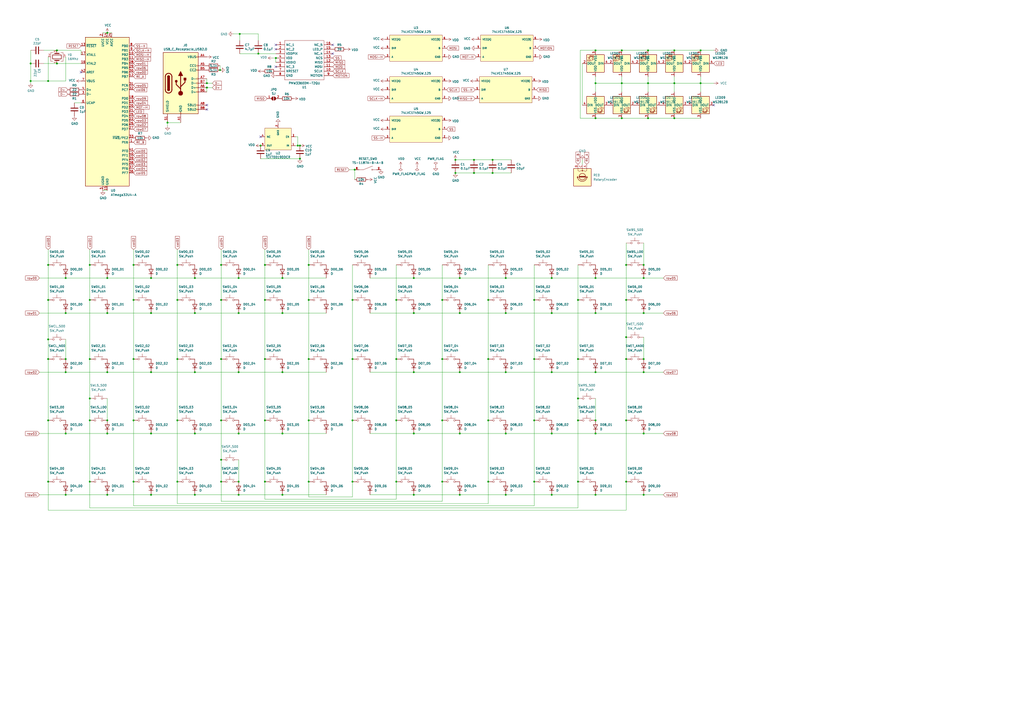
<source format=kicad_sch>
(kicad_sch (version 20211123) (generator eeschema)
  (paper "A2")
  (title_block (title "hogoromo") (date "2021-08-29") (rev "v1.0.0"))
  (junction (at 391.16 48.26))
  (junction (at 406.4 48.26))
  (junction (at 375.92 48.26))
  (junction (at 285.75 92.71))
  (junction (at 153.67 279.4))
  (junction (at 77.47 243.84))
  (junction (at 335.28 243.84))
  (junction (at 360.68 48.26))
  (junction (at 172.72 84.455))
  (junction (at 27.94 243.84))
  (junction (at 128.27 279.4))
  (junction (at 283.21 243.84))
  (junction (at 97.155 71.12))
  (junction (at 373.38 161.29))
  (junction (at 173.99 92.075))
  (junction (at 345.44 181.61))
  (junction (at 38.1 251.46))
  (junction (at 52.07 153.67))
  (junction (at 179.07 173.99))
  (junction (at 33.02 36.83))
  (junction (at 363.22 195.58))
  (junction (at 17.78 46.99))
  (junction (at 163.83 251.46))
  (junction (at 113.03 181.61))
  (junction (at 373.38 287.02))
  (junction (at 373.38 181.61))
  (junction (at 62.23 243.84))
  (junction (at 309.88 279.4))
  (junction (at 173.99 84.455))
  (junction (at 87.63 181.61))
  (junction (at 375.92 29.21))
  (junction (at 256.54 243.84))
  (junction (at 345.44 215.9))
  (junction (at 138.43 215.9))
  (junction (at 163.83 215.9))
  (junction (at 345.44 251.46))
  (junction (at 151.13 84.455))
  (junction (at 62.23 19.05))
  (junction (at 120.015 50.8))
  (junction (at 179.07 279.4))
  (junction (at 283.21 173.99))
  (junction (at 320.04 181.61))
  (junction (at 127.635 40.64))
  (junction (at 373.38 251.46))
  (junction (at 163.83 287.02))
  (junction (at 179.07 153.67))
  (junction (at 62.23 161.29))
  (junction (at 266.7 251.46))
  (junction (at 335.28 279.4))
  (junction (at 33.02 29.21))
  (junction (at 229.87 208.28))
  (junction (at 113.03 215.9))
  (junction (at 27.94 153.67))
  (junction (at 87.63 251.46))
  (junction (at 77.47 153.67))
  (junction (at 62.23 287.02))
  (junction (at 266.7 287.02))
  (junction (at 266.7 181.61))
  (junction (at 138.43 279.4))
  (junction (at 128.27 208.28))
  (junction (at 153.67 153.67))
  (junction (at 160.02 33.655))
  (junction (at 38.1 181.61))
  (junction (at 52.07 208.28))
  (junction (at 138.43 181.61))
  (junction (at 240.03 287.02))
  (junction (at 320.04 251.46))
  (junction (at 128.27 266.7))
  (junction (at 102.87 243.84))
  (junction (at 406.4 29.21))
  (junction (at 309.88 173.99))
  (junction (at 345.44 68.58))
  (junction (at 293.37 181.61))
  (junction (at 373.38 215.9))
  (junction (at 163.83 161.29))
  (junction (at 256.54 208.28))
  (junction (at 77.47 173.99))
  (junction (at 27.94 46.99))
  (junction (at 274.955 100.33))
  (junction (at 77.47 208.28))
  (junction (at 62.23 251.46))
  (junction (at 266.7 215.9))
  (junction (at 138.43 161.29))
  (junction (at 240.03 181.61))
  (junction (at 320.04 287.02))
  (junction (at 62.23 181.61))
  (junction (at 38.1 208.28))
  (junction (at 204.47 173.99))
  (junction (at 113.03 251.46))
  (junction (at 113.03 161.29))
  (junction (at 229.87 279.4))
  (junction (at 128.27 153.67))
  (junction (at 320.04 161.29))
  (junction (at 320.04 215.9))
  (junction (at 256.54 279.4))
  (junction (at 360.68 68.58))
  (junction (at 309.88 208.28))
  (junction (at 205.74 98.425))
  (junction (at 293.37 287.02))
  (junction (at 149.86 31.115))
  (junction (at 102.87 173.99))
  (junction (at 38.1 287.02))
  (junction (at 345.44 161.29))
  (junction (at 266.7 161.29))
  (junction (at 363.22 153.67))
  (junction (at 335.28 208.28))
  (junction (at 52.07 173.99))
  (junction (at 360.68 29.21))
  (junction (at 204.47 243.84))
  (junction (at 391.16 29.21))
  (junction (at 38.1 161.29))
  (junction (at 27.94 279.4))
  (junction (at 256.54 173.99))
  (junction (at 285.75 100.33))
  (junction (at 153.67 243.84))
  (junction (at 128.27 173.99))
  (junction (at 264.16 100.33))
  (junction (at 283.21 208.28))
  (junction (at 102.87 153.67))
  (junction (at 27.94 208.28))
  (junction (at 375.92 68.58))
  (junction (at 274.955 92.71))
  (junction (at 204.47 208.28))
  (junction (at 293.37 161.29))
  (junction (at 27.94 173.99))
  (junction (at 87.63 215.9))
  (junction (at 335.28 231.14))
  (junction (at 87.63 161.29))
  (junction (at 363.22 208.28))
  (junction (at 62.23 215.9))
  (junction (at 345.44 243.84))
  (junction (at 335.28 173.99))
  (junction (at 52.07 243.84))
  (junction (at 128.27 243.84))
  (junction (at 309.88 243.84))
  (junction (at 179.07 208.28))
  (junction (at 102.87 279.4))
  (junction (at 163.83 181.61))
  (junction (at 345.44 48.26))
  (junction (at 240.03 215.9))
  (junction (at 179.07 243.84))
  (junction (at 17.78 36.83))
  (junction (at 139.065 19.685))
  (junction (at 138.43 251.46))
  (junction (at 27.94 196.85))
  (junction (at 283.21 279.4))
  (junction (at 229.87 173.99))
  (junction (at 229.87 243.84))
  (junction (at 293.37 251.46))
  (junction (at 52.07 231.14))
  (junction (at 204.47 279.4))
  (junction (at 345.44 29.21))
  (junction (at 240.03 251.46))
  (junction (at 363.22 279.4))
  (junction (at 113.03 287.02))
  (junction (at 391.16 68.58))
  (junction (at 87.63 287.02))
  (junction (at 102.87 208.28))
  (junction (at 345.44 287.02))
  (junction (at 240.03 161.29))
  (junction (at 77.47 279.4))
  (junction (at 153.67 208.28))
  (junction (at 373.38 153.67))
  (junction (at 264.16 92.71))
  (junction (at 373.38 208.28))
  (junction (at 293.37 215.9))
  (junction (at 153.67 173.99))
  (junction (at 52.07 279.4))
  (junction (at 138.43 287.02))
  (junction (at 120.015 48.26))
  (junction (at 363.22 173.99))
  (junction (at 38.1 215.9))
  (junction (at 363.22 243.84))
  (no_connect (at 193.04 26.035))
  (no_connect (at 414.02 60.96))
  (no_connect (at 120.015 60.96))
  (no_connect (at 46.99 41.91))
  (no_connect (at 120.015 63.5))
  (no_connect (at 151.13 79.375))
  (no_connect (at 160.02 28.575))
  (no_connect (at 160.02 26.035))
  (no_connect (at 193.04 31.115))
  (no_connect (at 160.02 38.735))
  (wire (pts (xy 17.78 29.21) (xy 17.78 36.83)))
  (wire (pts (xy 77.47 243.84) (xy 77.47 279.4)))
  (wire (pts (xy 240.03 215.9) (xy 266.7 215.9)))
  (wire (pts (xy 87.63 215.9) (xy 113.03 215.9)))
  (wire (pts (xy 335.28 208.28) (xy 335.28 173.99)))
  (wire (pts (xy 135.255 19.685) (xy 139.065 19.685)))
  (wire (pts (xy 138.43 266.7) (xy 138.43 279.4)))
  (wire (pts (xy 266.7 161.29) (xy 293.37 161.29)))
  (wire (pts (xy 171.45 84.455) (xy 172.72 84.455)))
  (wire (pts (xy 38.1 287.02) (xy 62.23 287.02)))
  (wire (pts (xy 283.21 292.1) (xy 283.21 279.4)))
  (wire (pts (xy 240.03 161.29) (xy 266.7 161.29)))
  (wire (pts (xy 77.47 293.37) (xy 309.88 293.37)))
  (wire (pts (xy 320.04 251.46) (xy 345.44 251.46)))
  (wire (pts (xy 345.44 161.29) (xy 373.38 161.29)))
  (wire (pts (xy 337.82 36.83) (xy 337.82 60.96)))
  (wire (pts (xy 285.75 92.71) (xy 274.955 92.71)))
  (wire (pts (xy 138.43 215.9) (xy 163.83 215.9)))
  (wire (pts (xy 172.72 79.375) (xy 172.72 84.455)))
  (wire (pts (xy 102.87 279.4) (xy 102.87 292.1)))
  (wire (pts (xy 375.92 44.45) (xy 375.92 48.26)))
  (wire (pts (xy 160.02 33.655) (xy 158.115 33.655)))
  (wire (pts (xy 17.78 36.83) (xy 17.78 46.99)))
  (wire (pts (xy 163.83 181.61) (xy 189.23 181.61)))
  (wire (pts (xy 160.02 36.195) (xy 160.02 33.655)))
  (wire (pts (xy 360.68 48.26) (xy 360.68 53.34)))
  (wire (pts (xy 102.87 144.78) (xy 102.87 153.67)))
  (wire (pts (xy 153.67 173.99) (xy 153.67 208.28)))
  (wire (pts (xy 153.67 144.78) (xy 153.67 153.67)))
  (wire (pts (xy 345.44 181.61) (xy 373.38 181.61)))
  (wire (pts (xy 139.065 19.685) (xy 139.065 23.495)))
  (wire (pts (xy 102.87 208.28) (xy 102.87 243.84)))
  (wire (pts (xy 62.23 181.61) (xy 87.63 181.61)))
  (wire (pts (xy 293.37 161.29) (xy 320.04 161.29)))
  (wire (pts (xy 179.07 144.78) (xy 179.07 153.67)))
  (wire (pts (xy 52.07 153.67) (xy 52.07 173.99)))
  (wire (pts (xy 102.87 173.99) (xy 102.87 208.28)))
  (wire (pts (xy 27.94 33.02) (xy 27.94 46.99)))
  (wire (pts (xy 373.38 195.58) (xy 373.38 208.28)))
  (wire (pts (xy 77.47 153.67) (xy 77.47 173.99)))
  (wire (pts (xy 240.03 251.46) (xy 266.7 251.46)))
  (wire (pts (xy 345.44 231.14) (xy 345.44 243.84)))
  (wire (pts (xy 153.67 153.67) (xy 153.67 173.99)))
  (wire (pts (xy 52.07 231.14) (xy 52.07 243.84)))
  (wire (pts (xy 46.99 31.75) (xy 46.99 29.21)))
  (wire (pts (xy 27.94 173.99) (xy 27.94 196.85)))
  (wire (pts (xy 22.86 215.9) (xy 38.1 215.9)))
  (wire (pts (xy 27.94 144.78) (xy 27.94 153.67)))
  (wire (pts (xy 113.03 215.9) (xy 138.43 215.9)))
  (wire (pts (xy 128.27 153.67) (xy 128.27 173.99)))
  (wire (pts (xy 309.88 293.37) (xy 309.88 279.4)))
  (wire (pts (xy 25.4 29.21) (xy 33.02 29.21)))
  (wire (pts (xy 87.63 251.46) (xy 113.03 251.46)))
  (wire (pts (xy 391.16 68.58) (xy 406.4 68.58)))
  (wire (pts (xy 27.94 196.85) (xy 27.94 208.28)))
  (wire (pts (xy 62.23 161.29) (xy 87.63 161.29)))
  (wire (pts (xy 22.86 161.29) (xy 38.1 161.29)))
  (wire (pts (xy 17.78 46.99) (xy 17.78 48.26)))
  (wire (pts (xy 153.67 243.84) (xy 153.67 279.4)))
  (wire (pts (xy 283.21 208.28) (xy 283.21 173.99)))
  (wire (pts (xy 309.88 243.84) (xy 309.88 208.28)))
  (wire (pts (xy 363.22 173.99) (xy 363.22 153.67)))
  (wire (pts (xy 62.23 251.46) (xy 87.63 251.46)))
  (wire (pts (xy 149.86 23.495) (xy 149.86 19.685)))
  (wire (pts (xy 120.015 45.72) (xy 120.015 48.26)))
  (wire (pts (xy 363.22 208.28) (xy 363.22 195.58)))
  (wire (pts (xy 138.43 181.61) (xy 163.83 181.61)))
  (wire (pts (xy 52.07 208.28) (xy 52.07 231.14)))
  (wire (pts (xy 266.7 251.46) (xy 293.37 251.46)))
  (wire (pts (xy 229.87 289.56) (xy 229.87 279.4)))
  (wire (pts (xy 204.47 208.28) (xy 204.47 173.99)))
  (wire (pts (xy 27.94 153.67) (xy 27.94 173.99)))
  (wire (pts (xy 345.44 29.21) (xy 360.68 29.21)))
  (wire (pts (xy 345.44 68.58) (xy 336.55 68.58)))
  (wire (pts (xy 335.28 173.99) (xy 335.28 153.67)))
  (wire (pts (xy 345.44 48.26) (xy 360.68 48.26)))
  (wire (pts (xy 285.75 100.33) (xy 296.545 100.33)))
  (wire (pts (xy 22.86 287.02) (xy 38.1 287.02)))
  (wire (pts (xy 360.68 68.58) (xy 375.92 68.58)))
  (wire (pts (xy 240.03 287.02) (xy 266.7 287.02)))
  (wire (pts (xy 52.07 243.84) (xy 52.07 279.4)))
  (wire (pts (xy 179.07 173.99) (xy 179.07 208.28)))
  (wire (pts (xy 128.27 290.83) (xy 256.54 290.83)))
  (wire (pts (xy 373.38 140.97) (xy 373.38 153.67)))
  (wire (pts (xy 214.63 161.29) (xy 240.03 161.29)))
  (wire (pts (xy 240.03 181.61) (xy 266.7 181.61)))
  (wire (pts (xy 375.92 48.26) (xy 375.92 53.34)))
  (wire (pts (xy 113.03 287.02) (xy 138.43 287.02)))
  (wire (pts (xy 375.92 68.58) (xy 391.16 68.58)))
  (wire (pts (xy 52.07 173.99) (xy 52.07 208.28)))
  (wire (pts (xy 128.27 279.4) (xy 128.27 290.83)))
  (wire (pts (xy 266.7 287.02) (xy 293.37 287.02)))
  (wire (pts (xy 214.63 251.46) (xy 240.03 251.46)))
  (wire (pts (xy 22.86 251.46) (xy 38.1 251.46)))
  (wire (pts (xy 59.69 19.05) (xy 62.23 19.05)))
  (wire (pts (xy 336.55 68.58) (xy 336.55 29.21)))
  (wire (pts (xy 27.94 46.99) (xy 38.1 46.99)))
  (wire (pts (xy 202.565 98.425) (xy 205.74 98.425)))
  (wire (pts (xy 214.63 287.02) (xy 240.03 287.02)))
  (wire (pts (xy 375.92 48.26) (xy 391.16 48.26)))
  (wire (pts (xy 179.07 288.29) (xy 204.47 288.29)))
  (wire (pts (xy 38.1 161.29) (xy 62.23 161.29)))
  (wire (pts (xy 345.44 44.45) (xy 345.44 48.26)))
  (wire (pts (xy 62.23 287.02) (xy 87.63 287.02)))
  (wire (pts (xy 102.87 292.1) (xy 283.21 292.1)))
  (wire (pts (xy 179.07 153.67) (xy 179.07 173.99)))
  (wire (pts (xy 120.015 48.26) (xy 123.19 48.26)))
  (wire (pts (xy 87.63 181.61) (xy 113.03 181.61)))
  (wire (pts (xy 52.07 294.64) (xy 335.28 294.64)))
  (wire (pts (xy 38.1 215.9) (xy 62.23 215.9)))
  (wire (pts (xy 391.16 48.26) (xy 391.16 53.34)))
  (wire (pts (xy 363.22 279.4) (xy 363.22 295.91)))
  (wire (pts (xy 373.38 161.29) (xy 384.81 161.29)))
  (wire (pts (xy 214.63 181.61) (xy 240.03 181.61)))
  (wire (pts (xy 163.83 251.46) (xy 189.23 251.46)))
  (wire (pts (xy 59.69 110.49) (xy 62.23 110.49)))
  (wire (pts (xy 373.38 251.46) (xy 384.81 251.46)))
  (wire (pts (xy 204.47 173.99) (xy 204.47 153.67)))
  (wire (pts (xy 151.13 92.075) (xy 173.99 92.075)))
  (wire (pts (xy 360.68 48.26) (xy 375.92 48.26)))
  (wire (pts (xy 309.88 279.4) (xy 309.88 243.84)))
  (wire (pts (xy 128.27 173.99) (xy 128.27 208.28)))
  (wire (pts (xy 120.015 50.8) (xy 123.19 50.8)))
  (wire (pts (xy 38.1 196.85) (xy 38.1 208.28)))
  (wire (pts (xy 38.1 251.46) (xy 62.23 251.46)))
  (wire (pts (xy 336.55 29.21) (xy 345.44 29.21)))
  (wire (pts (xy 179.07 279.4) (xy 179.07 288.29)))
  (wire (pts (xy 283.21 173.99) (xy 283.21 153.67)))
  (wire (pts (xy 27.94 208.28) (xy 27.94 243.84)))
  (wire (pts (xy 285.75 100.33) (xy 274.955 100.33)))
  (wire (pts (xy 22.86 181.61) (xy 38.1 181.61)))
  (wire (pts (xy 256.54 153.67) (xy 256.54 173.99)))
  (wire (pts (xy 205.74 98.425) (xy 205.74 104.14)))
  (wire (pts (xy 87.63 287.02) (xy 113.03 287.02)))
  (wire (pts (xy 283.21 243.84) (xy 283.21 208.28)))
  (wire (pts (xy 27.94 243.84) (xy 27.94 279.4)))
  (wire (pts (xy 309.88 173.99) (xy 309.88 153.67)))
  (wire (pts (xy 138.43 161.29) (xy 163.83 161.29)))
  (wire (pts (xy 406.4 48.26) (xy 406.4 53.34)))
  (wire (pts (xy 345.44 48.26) (xy 345.44 53.34)))
  (wire (pts (xy 127.635 38.1) (xy 127.635 40.64)))
  (wire (pts (xy 335.28 279.4) (xy 335.28 294.64)))
  (wire (pts (xy 149.86 31.115) (xy 160.02 31.115)))
  (wire (pts (xy 256.54 279.4) (xy 256.54 290.83)))
  (wire (pts (xy 363.22 243.84) (xy 363.22 208.28)))
  (wire (pts (xy 274.955 100.33) (xy 264.16 100.33)))
  (wire (pts (xy 229.87 243.84) (xy 229.87 208.28)))
  (wire (pts (xy 139.065 31.115) (xy 149.86 31.115)))
  (wire (pts (xy 293.37 251.46) (xy 320.04 251.46)))
  (wire (pts (xy 204.47 288.29) (xy 204.47 279.4)))
  (wire (pts (xy 138.43 287.02) (xy 163.83 287.02)))
  (wire (pts (xy 360.68 48.26) (xy 360.68 44.45)))
  (wire (pts (xy 214.63 215.9) (xy 240.03 215.9)))
  (wire (pts (xy 138.43 251.46) (xy 163.83 251.46)))
  (wire (pts (xy 274.955 92.71) (xy 264.16 92.71)))
  (wire (pts (xy 256.54 208.28) (xy 256.54 243.84)))
  (wire (pts (xy 335.28 243.84) (xy 335.28 279.4)))
  (wire (pts (xy 363.22 153.67) (xy 363.22 140.97)))
  (wire (pts (xy 360.68 29.21) (xy 375.92 29.21)))
  (wire (pts (xy 266.7 181.61) (xy 293.37 181.61)))
  (wire (pts (xy 204.47 243.84) (xy 204.47 208.28)))
  (wire (pts (xy 229.87 279.4) (xy 229.87 243.84)))
  (wire (pts (xy 256.54 243.84) (xy 256.54 279.4)))
  (wire (pts (xy 406.4 48.26) (xy 414.02 48.26)))
  (wire (pts (xy 391.16 29.21) (xy 406.4 29.21)))
  (wire (pts (xy 120.015 50.8) (xy 120.015 53.34)))
  (wire (pts (xy 17.78 46.99) (xy 27.94 46.99)))
  (wire (pts (xy 52.07 144.78) (xy 52.07 153.67)))
  (wire (pts (xy 320.04 215.9) (xy 345.44 215.9)))
  (wire (pts (xy 77.47 208.28) (xy 77.47 243.84)))
  (wire (pts (xy 293.37 215.9) (xy 320.04 215.9)))
  (wire (pts (xy 375.92 29.21) (xy 391.16 29.21)))
  (wire (pts (xy 373.38 215.9) (xy 384.81 215.9)))
  (wire (pts (xy 25.4 36.83) (xy 33.02 36.83)))
  (wire (pts (xy 345.44 68.58) (xy 360.68 68.58)))
  (wire (pts (xy 345.44 215.9) (xy 373.38 215.9)))
  (wire (pts (xy 102.87 243.84) (xy 102.87 279.4)))
  (wire (pts (xy 128.27 144.78) (xy 128.27 153.67)))
  (wire (pts (xy 33.02 36.83) (xy 46.99 36.83)))
  (wire (pts (xy 113.03 161.29) (xy 138.43 161.29)))
  (wire (pts (xy 113.03 181.61) (xy 138.43 181.61)))
  (wire (pts (xy 27.94 295.91) (xy 363.22 295.91)))
  (wire (pts (xy 204.47 279.4) (xy 204.47 243.84)))
  (wire (pts (xy 266.7 215.9) (xy 293.37 215.9)))
  (wire (pts (xy 77.47 173.99) (xy 77.47 208.28)))
  (wire (pts (xy 293.37 287.02) (xy 320.04 287.02)))
  (wire (pts (xy 97.155 71.12) (xy 104.775 71.12)))
  (wire (pts (xy 373.38 287.02) (xy 384.81 287.02)))
  (wire (pts (xy 163.83 161.29) (xy 189.23 161.29)))
  (wire (pts (xy 256.54 173.99) (xy 256.54 208.28)))
  (wire (pts (xy 163.83 287.02) (xy 189.23 287.02)))
  (wire (pts (xy 309.88 208.28) (xy 309.88 173.99)))
  (wire (pts (xy 391.16 44.45) (xy 391.16 48.26)))
  (wire (pts (xy 345.44 251.46) (xy 373.38 251.46)))
  (wire (pts (xy 128.27 208.28) (xy 128.27 243.84)))
  (wire (pts (xy 293.37 181.61) (xy 320.04 181.61)))
  (wire (pts (xy 38.1 33.02) (xy 38.1 46.99)))
  (wire (pts (xy 172.72 84.455) (xy 173.99 84.455)))
  (wire (pts (xy 285.75 92.71) (xy 296.545 92.71)))
  (wire (pts (xy 62.23 231.14) (xy 62.23 243.84)))
  (wire (pts (xy 391.16 48.26) (xy 406.4 48.26)))
  (wire (pts (xy 163.83 215.9) (xy 189.23 215.9)))
  (wire (pts (xy 179.07 243.84) (xy 179.07 279.4)))
  (wire (pts (xy 27.94 279.4) (xy 27.94 295.91)))
  (wire (pts (xy 62.23 215.9) (xy 87.63 215.9)))
  (wire (pts (xy 373.38 181.61) (xy 384.81 181.61)))
  (wire (pts (xy 229.87 173.99) (xy 229.87 153.67)))
  (wire (pts (xy 406.4 44.45) (xy 406.4 48.26)))
  (wire (pts (xy 179.07 208.28) (xy 179.07 243.84)))
  (wire (pts (xy 128.27 243.84) (xy 128.27 266.7)))
  (wire (pts (xy 52.07 279.4) (xy 52.07 294.64)))
  (wire (pts (xy 97.155 71.12) (xy 97.155 73.025)))
  (wire (pts (xy 33.02 29.21) (xy 46.99 29.21)))
  (wire (pts (xy 87.63 161.29) (xy 113.03 161.29)))
  (wire (pts (xy 335.28 243.84) (xy 335.28 231.14)))
  (wire (pts (xy 139.065 19.685) (xy 149.86 19.685)))
  (wire (pts (xy 153.67 208.28) (xy 153.67 243.84)))
  (wire (pts (xy 43.18 59.69) (xy 46.99 59.69)))
  (wire (pts (xy 337.82 92.71) (xy 337.82 95.25)))
  (wire (pts (xy 153.67 289.56) (xy 229.87 289.56)))
  (wire (pts (xy 113.03 251.46) (xy 138.43 251.46)))
  (wire (pts (xy 363.22 195.58) (xy 363.22 173.99)))
  (wire (pts (xy 153.67 279.4) (xy 153.67 289.56)))
  (wire (pts (xy 77.47 279.4) (xy 77.47 293.37)))
  (wire (pts (xy 38.1 181.61) (xy 62.23 181.61)))
  (wire (pts (xy 128.27 266.7) (xy 128.27 279.4)))
  (wire (pts (xy 406.4 29.21) (xy 414.02 29.21)))
  (wire (pts (xy 229.87 208.28) (xy 229.87 173.99)))
  (wire (pts (xy 335.28 231.14) (xy 335.28 208.28)))
  (wire (pts (xy 62.23 19.05) (xy 64.77 19.05)))
  (wire (pts (xy 320.04 181.61) (xy 345.44 181.61)))
  (wire (pts (xy 171.45 79.375) (xy 172.72 79.375)))
  (wire (pts (xy 283.21 279.4) (xy 283.21 243.84)))
  (wire (pts (xy 320.04 287.02) (xy 345.44 287.02)))
  (wire (pts (xy 363.22 243.84) (xy 363.22 279.4)))
  (wire (pts (xy 320.04 161.29) (xy 345.44 161.29)))
  (wire (pts (xy 345.44 287.02) (xy 373.38 287.02)))
  (wire (pts (xy 102.87 153.67) (xy 102.87 173.99)))
  (wire (pts (xy 77.47 144.78) (xy 77.47 153.67)))
  (global_label "col01" (shape input) (at 52.07 144.78 90) (property "Intersheet References" "${INTERSHEET_REFS}" (effects hide)))
  (global_label "SCLK" (shape input) (at 193.04 41.275 0) (property "Intersheet References" "${INTERSHEET_REFS}" (effects hide)))
  (global_label "row08" (shape input) (at 384.81 251.46 0) (property "Intersheet References" "${INTERSHEET_REFS}" (effects hide)))
  (global_label "MISO" (shape input) (at 193.04 36.195 0) (property "Intersheet References" "${INTERSHEET_REFS}" (effects hide)))
  (global_label "SS-H" (shape input) (at 77.47 26.67 0) (property "Intersheet References" "${INTERSHEET_REFS}" (effects hide)))
  (global_label "col04" (shape input) (at 128.27 144.78 90) (property "Intersheet References" "${INTERSHEET_REFS}" (effects hide)))
  (global_label "SCLK-H" (shape input) (at 223.52 57.15 180) (property "Intersheet References" "${INTERSHEET_REFS}" (effects hide)))
  (global_label "row01" (shape input) (at 77.47 36.83 0) (property "Intersheet References" "${INTERSHEET_REFS}" (effects hide)))
  (global_label "row01" (shape input) (at 22.86 181.61 180) (property "Intersheet References" "${INTERSHEET_REFS}" (effects hide)))
  (global_label "RESET" (shape input) (at 202.565 98.425 180) (property "Intersheet References" "${INTERSHEET_REFS}" (effects hide)))
  (global_label "D-" (shape input) (at 123.19 48.26 0) (property "Intersheet References" "${INTERSHEET_REFS}" (effects hide)))
  (global_label "row06" (shape input) (at 77.47 39.37 0) (property "Intersheet References" "${INTERSHEET_REFS}" (effects hide)))
  (global_label "SS" (shape input) (at 193.04 33.655 0) (property "Intersheet References" "${INTERSHEET_REFS}" (effects hide)))
  (global_label "row00" (shape input) (at 22.86 161.29 180) (property "Intersheet References" "${INTERSHEET_REFS}" (effects hide)))
  (global_label "RE_A" (shape input) (at 77.47 44.45 0) (property "Intersheet References" "${INTERSHEET_REFS}" (effects hide)))
  (global_label "MOTION" (shape input) (at 311.785 27.94 0) (property "Intersheet References" "${INTERSHEET_REFS}" (effects hide)))
  (global_label "col00" (shape input) (at 77.47 87.63 0) (property "Intersheet References" "${INTERSHEET_REFS}" (effects hide)))
  (global_label "col06" (shape input) (at 77.47 52.07 0) (property "Intersheet References" "${INTERSHEET_REFS}" (effects hide)))
  (global_label "col05" (shape input) (at 153.67 144.78 90) (property "Intersheet References" "${INTERSHEET_REFS}" (effects hide)))
  (global_label "RE_B" (shape input) (at 77.47 82.55 0) (property "Intersheet References" "${INTERSHEET_REFS}" (effects hide)))
  (global_label "MOSI" (shape input) (at 259.08 27.94 0) (property "Intersheet References" "${INTERSHEET_REFS}" (effects hide)))
  (global_label "SS-H" (shape input) (at 275.59 52.07 180) (property "Intersheet References" "${INTERSHEET_REFS}" (effects hide)))
  (global_label "col06" (shape input) (at 179.07 144.78 90) (property "Intersheet References" "${INTERSHEET_REFS}" (effects hide)))
  (global_label "row00" (shape input) (at 77.47 41.91 0) (property "Intersheet References" "${INTERSHEET_REFS}" (effects hide)))
  (global_label "col02" (shape input) (at 77.47 92.71 0) (property "Intersheet References" "${INTERSHEET_REFS}" (effects hide)))
  (global_label "col03" (shape input) (at 77.47 95.25 0) (property "Intersheet References" "${INTERSHEET_REFS}" (effects hide)))
  (global_label "col01" (shape input) (at 77.47 90.17 0) (property "Intersheet References" "${INTERSHEET_REFS}" (effects hide)))
  (global_label "col04" (shape input) (at 77.47 97.79 0) (property "Intersheet References" "${INTERSHEET_REFS}" (effects hide)))
  (global_label "row02" (shape input) (at 22.86 215.9 180) (property "Intersheet References" "${INTERSHEET_REFS}" (effects hide)))
  (global_label "MISO-H" (shape input) (at 77.47 34.29 0) (property "Intersheet References" "${INTERSHEET_REFS}" (effects hide)))
  (global_label "col03" (shape input) (at 102.87 144.78 90) (property "Intersheet References" "${INTERSHEET_REFS}" (effects hide)))
  (global_label "SCLK" (shape input) (at 259.08 52.07 0) (property "Intersheet References" "${INTERSHEET_REFS}" (effects hide)))
  (global_label "row05" (shape input) (at 77.47 49.53 0) (property "Intersheet References" "${INTERSHEET_REFS}" (effects hide)))
  (global_label "row07" (shape input) (at 384.81 215.9 0) (property "Intersheet References" "${INTERSHEET_REFS}" (effects hide)))
  (global_label "col05" (shape input) (at 77.47 100.33 0) (property "Intersheet References" "${INTERSHEET_REFS}" (effects hide)))
  (global_label "row07" (shape input) (at 77.47 74.93 0) (property "Intersheet References" "${INTERSHEET_REFS}" (effects hide)))
  (global_label "row08" (shape input) (at 77.47 67.31 0) (property "Intersheet References" "${INTERSHEET_REFS}" (effects hide)))
  (global_label "D-" (shape input) (at 39.37 54.61 180) (property "Intersheet References" "${INTERSHEET_REFS}" (effects hide)))
  (global_label "row06" (shape input) (at 384.81 181.61 0) (property "Intersheet References" "${INTERSHEET_REFS}" (effects hide)))
  (global_label "row03" (shape input) (at 22.86 251.46 180) (property "Intersheet References" "${INTERSHEET_REFS}" (effects hide)))
  (global_label "row05" (shape input) (at 384.81 161.29 0) (property "Intersheet References" "${INTERSHEET_REFS}" (effects hide)))
  (global_label "MOT-H" (shape input) (at 77.47 62.23 0) (property "Intersheet References" "${INTERSHEET_REFS}" (effects hide)))
  (global_label "MISO" (shape input) (at 154.94 57.15 180) (property "Intersheet References" "${INTERSHEET_REFS}" (effects hide)))
  (global_label "MOT-H" (shape input) (at 276.225 33.02 180) (property "Intersheet References" "${INTERSHEET_REFS}" (effects hide)))
  (global_label "row03" (shape input) (at 77.47 69.85 0) (property "Intersheet References" "${INTERSHEET_REFS}" (effects hide)))
  (global_label "LED" (shape input) (at 77.47 64.77 0) (property "Intersheet References" "${INTERSHEET_REFS}" (effects hide)))
  (global_label "MOTION" (shape input) (at 193.04 43.815 0) (property "Intersheet References" "${INTERSHEET_REFS}" (effects hide)))
  (global_label "row09" (shape input) (at 384.81 287.02 0) (property "Intersheet References" "${INTERSHEET_REFS}" (effects hide)))
  (global_label "RE_B" (shape input) (at 335.28 95.25 90) (property "Intersheet References" "${INTERSHEET_REFS}" (effects hide)))
  (global_label "col00" (shape input) (at 27.94 144.78 90) (property "Intersheet References" "${INTERSHEET_REFS}" (effects hide)))
  (global_label "SCLK-H" (shape input) (at 77.47 29.21 0) (property "Intersheet References" "${INTERSHEET_REFS}" (effects hide)))
  (global_label "D+" (shape input) (at 123.19 50.8 0) (property "Intersheet References" "${INTERSHEET_REFS}" (effects hide)))
  (global_label "RESET" (shape input) (at 46.99 26.67 180) (property "Intersheet References" "${INTERSHEET_REFS}" (effects hide)))
  (global_label "MISO" (shape input) (at 311.15 52.07 0) (property "Intersheet References" "${INTERSHEET_REFS}" (effects hide)))
  (global_label "MOSI-H" (shape input) (at 223.52 33.02 180) (property "Intersheet References" "${INTERSHEET_REFS}" (effects hide)))
  (global_label "SS-H" (shape input) (at 223.52 80.01 180) (property "Intersheet References" "${INTERSHEET_REFS}" (effects hide)))
  (global_label "row04" (shape input) (at 22.86 287.02 180) (property "Intersheet References" "${INTERSHEET_REFS}" (effects hide)))
  (global_label "MOSI" (shape input) (at 193.04 38.735 0) (property "Intersheet References" "${INTERSHEET_REFS}" (effects hide)))
  (global_label "MOSI-H" (shape input) (at 77.47 31.75 0) (property "Intersheet References" "${INTERSHEET_REFS}" (effects hide)))
  (global_label "row09" (shape input) (at 77.47 57.15 0) (property "Intersheet References" "${INTERSHEET_REFS}" (effects hide)))
  (global_label "RE_A" (shape input) (at 340.36 95.25 90) (property "Intersheet References" "${INTERSHEET_REFS}" (effects hide)))
  (global_label "row02" (shape input) (at 77.47 72.39 0) (property "Intersheet References" "${INTERSHEET_REFS}" (effects hide)))
  (global_label "D+" (shape input) (at 39.37 52.07 180) (property "Intersheet References" "${INTERSHEET_REFS}" (effects hide)))
  (global_label "row04" (shape input) (at 77.47 59.69 0) (property "Intersheet References" "${INTERSHEET_REFS}" (effects hide)))
  (global_label "MISO-H" (shape input) (at 275.59 57.15 180) (property "Intersheet References" "${INTERSHEET_REFS}" (effects hide)))
  (global_label "SS" (shape input) (at 259.08 74.93 0) (property "Intersheet References" "${INTERSHEET_REFS}" (effects hide)))
  (global_label "LED" (shape input) (at 414.02 36.83 0) (property "Intersheet References" "${INTERSHEET_REFS}" (effects hide)))
  (global_label "col02" (shape input) (at 77.47 144.78 90) (property "Intersheet References" "${INTERSHEET_REFS}" (effects hide)))
  (symbol (lib_id "74LVC1T45GW:74LVC1T45GW,125") (at 220.98 22.86 0) (unit 1)
    (property "Reference" "U3" (at 241.3 16.129 0))
    (property "Value" "74LVC1T45GW,125" (at 241.3 18.4404 0))
    (property "Footprint" "74LVC1T45GW:Nexperia-SOT363-11_2018-0-IPC_A" (effects hide))
    (property "Datasheet" "https://assets.nexperia.com/documents/data-sheet/74LVC_LVCH1T45.pdf" (effects hide))
    (property "ambient temperature range high" "+125°C" (effects hide))
    (property "ambient temperature range low" "-40°C" (effects hide))
    (property "automotive" "No" (effects hide))
    (property "category" "IC" (effects hide))
    (property "device class L1" "Integrated Circuits (ICs)" (effects hide))
    (property "device class L2" "Logic ICs" (effects hide))
    (property "device class L3" "Drivers and Transceivers" (effects hide))
    (property "digikey description" "IC TRNSLTR BIDIRECTIONAL 6TSSOP" (effects hide))
    (property "digikey part number" "1727-4560-1-ND" (effects hide))
    (property "footprint url" "https://assets.nexperia.com/documents/outline-drawing/SOT363.pdf" (effects hide))
    (property "height" "1.1mm" (effects hide))
    (property "lead free" "Yes" (effects hide))
    (property "library id" "2d660f43f9fba5f8" (effects hide))
    (property "logic function" "Non-Inverting" (effects hide))
    (property "logic function desc" "Non-Inverting" (effects hide))
    (property "manufacturer" "Nexperia" (effects hide))
    (property "max supply voltage" "5.5V" (effects hide))
    (property "min supply voltage" "1.2V" (effects hide))
    (property "mouser part number" "771-74LVC1T45GW125" (effects hide))
    (property "nominal supply current" "2-75uA" (effects hide))
    (property "number of circuits" "1" (effects hide))
    (property "number of inputs" "1" (effects hide))
    (property "number of outputs" "1" (effects hide))
    (property "package" "SOT363" (effects hide))
    (property "propagation delay" "2.5ns" (effects hide))
    (property "rohs" "Yes" (effects hide))
    (property "temperature range high" "+125°C" (effects hide))
    (property "temperature range low" "-40°C" (effects hide))
  )
  (symbol (lib_id "74LVC1T45GW:74LVC1T45GW,125") (at 220.98 46.99 0) (unit 1)
    (property "Reference" "U4" (at 241.3 40.259 0))
    (property "Value" "74LVC1T45GW,125" (at 241.3 42.5704 0))
    (property "Footprint" "74LVC1T45GW:Nexperia-SOT363-11_2018-0-IPC_A" (effects hide))
    (property "Datasheet" "https://assets.nexperia.com/documents/data-sheet/74LVC_LVCH1T45.pdf" (effects hide))
    (property "ambient temperature range high" "+125°C" (effects hide))
    (property "ambient temperature range low" "-40°C" (effects hide))
    (property "automotive" "No" (effects hide))
    (property "category" "IC" (effects hide))
    (property "device class L1" "Integrated Circuits (ICs)" (effects hide))
    (property "device class L2" "Logic ICs" (effects hide))
    (property "device class L3" "Drivers and Transceivers" (effects hide))
    (property "digikey description" "IC TRNSLTR BIDIRECTIONAL 6TSSOP" (effects hide))
    (property "digikey part number" "1727-4560-1-ND" (effects hide))
    (property "footprint url" "https://assets.nexperia.com/documents/outline-drawing/SOT363.pdf" (effects hide))
    (property "height" "1.1mm" (effects hide))
    (property "lead free" "Yes" (effects hide))
    (property "library id" "2d660f43f9fba5f8" (effects hide))
    (property "logic function" "Non-Inverting" (effects hide))
    (property "logic function desc" "Non-Inverting" (effects hide))
    (property "manufacturer" "Nexperia" (effects hide))
    (property "max supply voltage" "5.5V" (effects hide))
    (property "min supply voltage" "1.2V" (effects hide))
    (property "mouser part number" "771-74LVC1T45GW125" (effects hide))
    (property "nominal supply current" "2-75uA" (effects hide))
    (property "number of circuits" "1" (effects hide))
    (property "number of inputs" "1" (effects hide))
    (property "number of outputs" "1" (effects hide))
    (property "package" "SOT363" (effects hide))
    (property "propagation delay" "2.5ns" (effects hide))
    (property "rohs" "Yes" (effects hide))
    (property "temperature range high" "+125°C" (effects hide))
    (property "temperature range low" "-40°C" (effects hide))
  )
  (symbol (lib_id "Device:R") (at 43.18 52.07 270) (unit 1)
    (property "Reference" "R0" (at 43.18 49.53 90))
    (property "Value" "22" (at 43.18 52.07 90))
    (property "Footprint" "Resistor_SMD:R_1206_3216Metric" (effects hide))
  )
  (symbol (lib_id "74LVC1T45GW:74LVC1T45GW,125") (at 220.98 69.85 0) (unit 1)
    (property "Reference" "U5" (at 241.3 63.119 0))
    (property "Value" "74LVC1T45GW,125" (at 241.3 65.4304 0))
    (property "Footprint" "74LVC1T45GW:Nexperia-SOT363-11_2018-0-IPC_A" (effects hide))
    (property "Datasheet" "https://assets.nexperia.com/documents/data-sheet/74LVC_LVCH1T45.pdf" (effects hide))
    (property "ambient temperature range high" "+125°C" (effects hide))
    (property "ambient temperature range low" "-40°C" (effects hide))
    (property "automotive" "No" (effects hide))
    (property "category" "IC" (effects hide))
    (property "device class L1" "Integrated Circuits (ICs)" (effects hide))
    (property "device class L2" "Logic ICs" (effects hide))
    (property "device class L3" "Drivers and Transceivers" (effects hide))
    (property "digikey description" "IC TRNSLTR BIDIRECTIONAL 6TSSOP" (effects hide))
    (property "digikey part number" "1727-4560-1-ND" (effects hide))
    (property "footprint url" "https://assets.nexperia.com/documents/outline-drawing/SOT363.pdf" (effects hide))
    (property "height" "1.1mm" (effects hide))
    (property "lead free" "Yes" (effects hide))
    (property "library id" "2d660f43f9fba5f8" (effects hide))
    (property "logic function" "Non-Inverting" (effects hide))
    (property "logic function desc" "Non-Inverting" (effects hide))
    (property "manufacturer" "Nexperia" (effects hide))
    (property "max supply voltage" "5.5V" (effects hide))
    (property "min supply voltage" "1.2V" (effects hide))
    (property "mouser part number" "771-74LVC1T45GW125" (effects hide))
    (property "nominal supply current" "2-75uA" (effects hide))
    (property "number of circuits" "1" (effects hide))
    (property "number of inputs" "1" (effects hide))
    (property "number of outputs" "1" (effects hide))
    (property "package" "SOT363" (effects hide))
    (property "propagation delay" "2.5ns" (effects hide))
    (property "rohs" "Yes" (effects hide))
    (property "temperature range high" "+125°C" (effects hide))
    (property "temperature range low" "-40°C" (effects hide))
  )
  (symbol (lib_id "74LVC1T45GW:74LVC1T45GW,125") (at 273.685 22.86 0) (unit 1)
    (property "Reference" "U6" (at 294.005 16.129 0))
    (property "Value" "74LVC1T45GW,125" (at 294.005 18.4404 0))
    (property "Footprint" "74LVC1T45GW:Nexperia-SOT363-11_2018-0-IPC_A" (effects hide))
    (property "Datasheet" "https://assets.nexperia.com/documents/data-sheet/74LVC_LVCH1T45.pdf" (effects hide))
    (property "ambient temperature range high" "+125°C" (effects hide))
    (property "ambient temperature range low" "-40°C" (effects hide))
    (property "automotive" "No" (effects hide))
    (property "category" "IC" (effects hide))
    (property "device class L1" "Integrated Circuits (ICs)" (effects hide))
    (property "device class L2" "Logic ICs" (effects hide))
    (property "device class L3" "Drivers and Transceivers" (effects hide))
    (property "digikey description" "IC TRNSLTR BIDIRECTIONAL 6TSSOP" (effects hide))
    (property "digikey part number" "1727-4560-1-ND" (effects hide))
    (property "footprint url" "https://assets.nexperia.com/documents/outline-drawing/SOT363.pdf" (effects hide))
    (property "height" "1.1mm" (effects hide))
    (property "lead free" "Yes" (effects hide))
    (property "library id" "2d660f43f9fba5f8" (effects hide))
    (property "logic function" "Non-Inverting" (effects hide))
    (property "logic function desc" "Non-Inverting" (effects hide))
    (property "manufacturer" "Nexperia" (effects hide))
    (property "max supply voltage" "5.5V" (effects hide))
    (property "min supply voltage" "1.2V" (effects hide))
    (property "mouser part number" "771-74LVC1T45GW125" (effects hide))
    (property "nominal supply current" "2-75uA" (effects hide))
    (property "number of circuits" "1" (effects hide))
    (property "number of inputs" "1" (effects hide))
    (property "number of outputs" "1" (effects hide))
    (property "package" "SOT363" (effects hide))
    (property "propagation delay" "2.5ns" (effects hide))
    (property "rohs" "Yes" (effects hide))
    (property "temperature range high" "+125°C" (effects hide))
    (property "temperature range low" "-40°C" (effects hide))
  )
  (symbol (lib_id "Device:R") (at 43.18 54.61 270) (unit 1)
    (property "Reference" "R1" (at 43.18 57.15 90))
    (property "Value" "22" (at 43.18 54.61 90))
    (property "Footprint" "Resistor_SMD:R_1206_3216Metric" (effects hide))
  )
  (symbol (lib_id "74LVC1T45GW:74LVC1T45GW,125") (at 273.05 46.99 0) (unit 1)
    (property "Reference" "U7" (at 293.37 40.259 0))
    (property "Value" "74LVC1T45GW,125" (at 293.37 42.5704 0))
    (property "Footprint" "74LVC1T45GW:Nexperia-SOT363-11_2018-0-IPC_A" (effects hide))
    (property "Datasheet" "https://assets.nexperia.com/documents/data-sheet/74LVC_LVCH1T45.pdf" (effects hide))
    (property "ambient temperature range high" "+125°C" (effects hide))
    (property "ambient temperature range low" "-40°C" (effects hide))
    (property "automotive" "No" (effects hide))
    (property "category" "IC" (effects hide))
    (property "device class L1" "Integrated Circuits (ICs)" (effects hide))
    (property "device class L2" "Logic ICs" (effects hide))
    (property "device class L3" "Drivers and Transceivers" (effects hide))
    (property "digikey description" "IC TRNSLTR BIDIRECTIONAL 6TSSOP" (effects hide))
    (property "digikey part number" "1727-4560-1-ND" (effects hide))
    (property "footprint url" "https://assets.nexperia.com/documents/outline-drawing/SOT363.pdf" (effects hide))
    (property "height" "1.1mm" (effects hide))
    (property "lead free" "Yes" (effects hide))
    (property "library id" "2d660f43f9fba5f8" (effects hide))
    (property "logic function" "Non-Inverting" (effects hide))
    (property "logic function desc" "Non-Inverting" (effects hide))
    (property "manufacturer" "Nexperia" (effects hide))
    (property "max supply voltage" "5.5V" (effects hide))
    (property "min supply voltage" "1.2V" (effects hide))
    (property "mouser part number" "771-74LVC1T45GW125" (effects hide))
    (property "nominal supply current" "2-75uA" (effects hide))
    (property "number of circuits" "1" (effects hide))
    (property "number of inputs" "1" (effects hide))
    (property "number of outputs" "1" (effects hide))
    (property "package" "SOT363" (effects hide))
    (property "propagation delay" "2.5ns" (effects hide))
    (property "rohs" "Yes" (effects hide))
    (property "temperature range high" "+125°C" (effects hide))
    (property "temperature range low" "-40°C" (effects hide))
  )
  (symbol (lib_id "Device:C") (at 43.18 63.5 0) (unit 1)
    (property "Reference" "C0" (at 46.101 62.3316 0) (effects (justify left)))
    (property "Value" "1μF" (at 46.101 64.643 0) (effects (justify left)))
    (property "Footprint" "Capacitor_SMD:C_1206_3216Metric" (effects hide))
  )
  (symbol (lib_id "power:GND") (at 43.18 67.31 0) (unit 1)
    (property "Reference" "#PWR0109" (effects hide))
    (property "Value" "GND" (at 43.307 71.7042 0))
  )
  (symbol (lib_id "Device:C") (at 139.065 27.305 0) (unit 1)
    (property "Reference" "C7" (at 141.986 26.1366 0) (effects (justify left)))
    (property "Value" "4.7μF" (at 141.986 28.448 0) (effects (justify left)))
    (property "Footprint" "Capacitor_SMD:C_1206_3216Metric" (effects hide))
  )
  (symbol (lib_id "Device:C") (at 149.86 27.305 0) (unit 1)
    (property "Reference" "C8" (at 152.781 26.1366 0) (effects (justify left)))
    (property "Value" "0.1μF" (at 152.781 28.448 0) (effects (justify left)))
    (property "Footprint" "Capacitor_SMD:C_1206_3216Metric" (effects hide))
  )
  (symbol (lib_id "power:GND") (at 135.255 19.685 270) (unit 1)
    (property "Reference" "#PWR0115" (effects hide))
    (property "Value" "GND" (at 132.0038 19.812 90) (effects (justify right)))
  )
  (symbol (lib_id "power:VCC") (at 241.935 96.52 0) (unit 1)
    (property "Reference" "#PWR0104" (effects hide))
    (property "Value" "VCC" (at 242.316 92.1258 0))
  )
  (symbol (lib_id "power:VCC") (at 62.23 19.05 0) (unit 1)
    (property "Reference" "#PWR0110" (effects hide))
    (property "Value" "VCC" (at 62.611 14.6558 0))
  )
  (symbol (lib_id "power:GND") (at 160.02 43.815 270) (unit 1)
    (property "Reference" "#PWR0116" (effects hide))
    (property "Value" "GND" (at 156.7688 43.942 90) (effects (justify right)))
  )
  (symbol (lib_id "power:GND") (at 252.73 96.52 0) (unit 1)
    (property "Reference" "#PWR0103" (effects hide))
    (property "Value" "GND" (at 252.857 100.9142 0))
  )
  (symbol (lib_id "power:PWR_FLAG") (at 252.73 96.52 0) (unit 1)
    (property "Reference" "#FLG0101" (effects hide))
    (property "Value" "PWR_FLAG" (at 252.73 92.1258 0))
  )
  (symbol (lib_id "power:PWR_FLAG") (at 241.935 96.52 180) (unit 1)
    (property "Reference" "#FLG0102" (effects hide))
    (property "Value" "PWR_FLAG" (at 241.935 100.9142 0))
  )
  (symbol (lib_id "Device:R") (at 196.85 28.575 270) (unit 1)
    (property "Reference" "R5" (at 196.85 26.035 90))
    (property "Value" "39" (at 196.85 28.575 90))
    (property "Footprint" "Resistor_SMD:R_1206_3216Metric" (effects hide))
  )
  (symbol (lib_id "power:VCC") (at 120.015 33.02 270) (unit 1)
    (property "Reference" "#PWR0113" (effects hide))
    (property "Value" "VCC" (at 123.2662 33.401 90) (effects (justify left)))
  )
  (symbol (lib_id "power:VCC") (at 46.99 46.99 90) (unit 1)
    (property "Reference" "#PWR0111" (effects hide))
    (property "Value" "VCC" (at 43.7642 46.609 90) (effects (justify left)))
  )
  (symbol (lib_id "power:VCC") (at 264.16 92.71 0) (unit 1)
    (property "Reference" "#PWR0102" (effects hide))
    (property "Value" "VCC" (at 264.541 88.3158 0))
  )
  (symbol (lib_id "power:GND") (at 264.16 100.33 0) (unit 1)
    (property "Reference" "#PWR0101" (effects hide))
    (property "Value" "GND" (at 264.287 104.7242 0))
  )
  (symbol (lib_id "Device:C") (at 264.16 96.52 0) (unit 1)
    (property "Reference" "C1" (at 267.081 95.3516 0) (effects (justify left)))
    (property "Value" "0.1μF" (at 267.081 97.663 0) (effects (justify left)))
    (property "Footprint" "Capacitor_SMD:C_1206_3216Metric" (effects hide))
  )
  (symbol (lib_id "Jumper:SolderJumper_2_Open") (at 158.75 57.15 0) (unit 1)
    (property "Reference" "JP0" (at 158.75 51.943 0))
    (property "Value" "SJ" (at 158.75 54.2544 0))
    (property "Footprint" "Jumper:SolderJumper-2_P1.3mm_Open_Pad1.0x1.5mm" (effects hide))
  )
  (symbol (lib_id "Device:C") (at 274.955 96.52 0) (unit 1)
    (property "Reference" "C2" (at 277.876 95.3516 0) (effects (justify left)))
    (property "Value" "0.1μF" (at 277.876 97.663 0) (effects (justify left)))
    (property "Footprint" "Capacitor_SMD:C_1206_3216Metric" (effects hide))
  )
  (symbol (lib_id "Device:C") (at 285.75 96.52 0) (unit 1)
    (property "Reference" "C3" (at 288.671 95.3516 0) (effects (justify left)))
    (property "Value" "0.1μF" (at 288.671 97.663 0) (effects (justify left)))
    (property "Footprint" "Capacitor_SMD:C_1206_3216Metric" (effects hide))
  )
  (symbol (lib_id "Device:R") (at 166.37 57.15 270) (unit 1)
    (property "Reference" "R6" (at 166.37 54.61 90))
    (property "Value" "10k" (at 166.37 57.15 90))
    (property "Footprint" "Resistor_SMD:R_1206_3216Metric" (effects hide))
  )
  (symbol (lib_id "Device:C") (at 296.545 96.52 0) (unit 1)
    (property "Reference" "C4" (at 299.466 95.3516 0) (effects (justify left)))
    (property "Value" "10μF" (at 299.466 97.663 0) (effects (justify left)))
    (property "Footprint" "Capacitor_SMD:C_1206_3216Metric" (effects hide))
  )
  (symbol (lib_id "power:GND") (at 161.29 71.755 180) (unit 1)
    (property "Reference" "#PWR0117" (effects hide))
    (property "Value" "GND" (at 161.163 68.5038 90) (effects (justify right)))
  )
  (symbol (lib_id "power:VCC") (at 173.99 84.455 270) (unit 1)
    (property "Reference" "#PWR0121" (effects hide))
    (property "Value" "VCC" (at 177.2412 84.836 90) (effects (justify left)))
  )
  (symbol (lib_id "Device:C") (at 151.13 88.265 0) (unit 1)
    (property "Reference" "C9" (at 154.051 87.0966 0) (effects (justify left)))
    (property "Value" "1μF" (at 154.051 89.408 0) (effects (justify left)))
    (property "Footprint" "Capacitor_SMD:C_1206_3216Metric" (effects hide))
  )
  (symbol (lib_id "Device:C") (at 173.99 88.265 0) (unit 1)
    (property "Reference" "C10" (at 176.911 87.0966 0) (effects (justify left)))
    (property "Value" "1μF" (at 176.911 89.408 0) (effects (justify left)))
    (property "Footprint" "Capacitor_SMD:C_1206_3216Metric" (effects hide))
  )
  (symbol (lib_id "Device:R") (at 123.825 38.1 270) (unit 1)
    (property "Reference" "R2" (at 123.825 35.56 90))
    (property "Value" "5.1k" (at 123.825 38.1 90))
    (property "Footprint" "Resistor_SMD:R_1206_3216Metric" (effects hide))
  )
  (symbol (lib_id "power:GND") (at 173.99 92.075 0) (unit 1)
    (property "Reference" "#PWR0122" (effects hide))
    (property "Value" "GND" (at 174.117 96.4692 0))
  )
  (symbol (lib_id "Device:R") (at 123.825 40.64 270) (unit 1)
    (property "Reference" "R3" (at 123.825 43.18 90))
    (property "Value" "5.1k" (at 123.825 40.64 90))
    (property "Footprint" "Resistor_SMD:R_1206_3216Metric" (effects hide))
  )
  (symbol (lib_id "power:GND") (at 127.635 40.64 90) (unit 1)
    (property "Reference" "#PWR0114" (effects hide))
    (property "Value" "GND" (at 132.0292 40.513 0))
  )
  (symbol (lib_id "power:VCC") (at 223.52 22.86 90) (unit 1)
    (property "Reference" "#PWR0124" (effects hide))
    (property "Value" "VCC" (at 220.2942 22.479 90) (effects (justify left)))
  )
  (symbol (lib_id "power:VCC") (at 223.52 46.99 90) (unit 1)
    (property "Reference" "#PWR0125" (effects hide))
    (property "Value" "VCC" (at 220.2942 46.609 90) (effects (justify left)))
  )
  (symbol (lib_id "power:VCC") (at 223.52 69.85 90) (unit 1)
    (property "Reference" "#PWR0126" (effects hide))
    (property "Value" "VCC" (at 220.2942 69.469 90) (effects (justify left)))
  )
  (symbol (lib_id "power:VCC") (at 275.59 46.99 90) (unit 1)
    (property "Reference" "#PWR0127" (effects hide))
    (property "Value" "VCC" (at 272.3642 46.609 90) (effects (justify left)))
  )
  (symbol (lib_id "power:VCC") (at 276.225 22.86 90) (unit 1)
    (property "Reference" "#PWR0128" (effects hide))
    (property "Value" "VCC" (at 272.9992 22.479 90) (effects (justify left)))
  )
  (symbol (lib_id "power:VCC") (at 223.52 27.94 90) (unit 1)
    (property "Reference" "#PWR0134" (effects hide))
    (property "Value" "VCC" (at 220.2942 27.559 90) (effects (justify left)))
  )
  (symbol (lib_id "power:VCC") (at 223.52 52.07 90) (unit 1)
    (property "Reference" "#PWR0135" (effects hide))
    (property "Value" "VCC" (at 220.2942 51.689 90) (effects (justify left)))
  )
  (symbol (lib_id "power:VCC") (at 223.52 74.93 90) (unit 1)
    (property "Reference" "#PWR0136" (effects hide))
    (property "Value" "VCC" (at 220.2942 74.549 90) (effects (justify left)))
  )
  (symbol (lib_id "power:GND") (at 259.08 33.02 90) (unit 1)
    (property "Reference" "#PWR0137" (effects hide))
    (property "Value" "GND" (at 262.3312 32.893 90) (effects (justify right)))
  )
  (symbol (lib_id "power:GND") (at 259.08 57.15 90) (unit 1)
    (property "Reference" "#PWR0138" (effects hide))
    (property "Value" "GND" (at 262.3312 57.023 90) (effects (justify right)))
  )
  (symbol (lib_id "power:GND") (at 259.08 80.01 90) (unit 1)
    (property "Reference" "#PWR0139" (effects hide))
    (property "Value" "GND" (at 262.3312 79.883 90) (effects (justify right)))
  )
  (symbol (lib_id "power:GND") (at 311.785 33.02 90) (unit 1)
    (property "Reference" "#PWR0140" (effects hide))
    (property "Value" "GND" (at 315.0362 32.893 90) (effects (justify right)))
  )
  (symbol (lib_id "power:GND") (at 311.15 57.15 90) (unit 1)
    (property "Reference" "#PWR0141" (effects hide))
    (property "Value" "GND" (at 314.4012 57.023 90) (effects (justify right)))
  )
  (symbol (lib_id "power:GND") (at 276.225 27.94 270) (unit 1)
    (property "Reference" "#PWR0142" (effects hide))
    (property "Value" "GND" (at 272.9738 28.067 90) (effects (justify right)))
  )
  (symbol (lib_id "power:GND") (at 59.69 110.49 0) (unit 1)
    (property "Reference" "#PWR0107" (effects hide))
    (property "Value" "GND" (at 59.817 114.8842 0))
  )
  (symbol (lib_id "Device:C") (at 21.59 29.21 90) (unit 1)
    (property "Reference" "C5" (at 21.59 22.8092 90))
    (property "Value" "22pF" (at 21.59 25.1206 90))
    (property "Footprint" "Capacitor_SMD:C_1206_3216Metric" (effects hide))
  )
  (symbol (lib_id "Device:C") (at 21.59 36.83 270) (unit 1)
    (property "Reference" "C6" (at 22.7584 39.751 0) (effects (justify left)))
    (property "Value" "22pF" (at 20.447 39.751 0) (effects (justify left)))
    (property "Footprint" "Capacitor_SMD:C_1206_3216Metric" (effects hide))
  )
  (symbol (lib_id "power:GND") (at 17.78 48.26 0) (unit 1)
    (property "Reference" "#PWR0108" (effects hide))
    (property "Value" "GND" (at 17.907 52.6542 0))
  )
  (symbol (lib_id "power:GND") (at 220.98 98.425 0) (unit 1)
    (property "Reference" "#PWR0105" (effects hide))
    (property "Value" "GND" (at 221.107 102.8192 0))
  )
  (symbol (lib_id "Device:R") (at 209.55 104.14 270) (unit 1)
    (property "Reference" "R4" (at 209.55 106.68 90))
    (property "Value" "10k" (at 209.55 104.14 90))
    (property "Footprint" "Resistor_SMD:R_1206_3216Metric" (effects hide))
  )
  (symbol (lib_id "power:VCC") (at 213.36 104.14 270) (unit 1)
    (property "Reference" "#PWR0106" (effects hide))
    (property "Value" "VCC" (at 217.7542 104.521 0))
  )
  (symbol (lib_id "power:GND") (at 97.155 73.025 0) (unit 1)
    (property "Reference" "#PWR0112" (effects hide))
    (property "Value" "GND" (at 97.282 77.4192 0))
  )
  (symbol (lib_id "PMW3360DM-T2QU:PMW3360DM-T2QU") (at 193.04 43.815 180) (unit 1)
    (property "Reference" "U1" (at 176.53 50.546 0))
    (property "Value" "PMW3360DM-T2QU" (at 176.53 48.2346 0))
    (property "Footprint" "PMW3360DM-T2QU:PMW3360" (effects hide))
    (property "Datasheet" "http://www.pixart.com.tw/upload/PMS0058-PMW3360DM-T2QU-NNDS-R1.30-06042016_20160902201411.pdf" (effects hide))
    (property "Description" "Optical gaming navigation sensor" (effects hide))
    (property "Manufacturer_Name" "PixArt Imaging Inc." (effects hide))
    (property "Manufacturer_Part_Number" "PMW3360DM-T2QU" (effects hide))
  )
  (symbol (lib_id "Device:R") (at 81.28 80.01 270) (unit 1)
    (property "Reference" "R7" (at 81.28 77.47 90))
    (property "Value" "10k" (at 81.28 80.01 90))
    (property "Footprint" "Resistor_SMD:R_1206_3216Metric" (effects hide))
  )
  (symbol (lib_id "power:GND") (at 85.09 80.01 90) (unit 1)
    (property "Reference" "#PWR0143" (effects hide))
    (property "Value" "GND" (at 88.3412 79.883 90) (effects (justify right)))
  )
  (symbol (lib_id "TLV70019DDCR:TLV70019DDCR") (at 173.99 84.455 180) (unit 1)
    (property "Reference" "U2" (at 161.29 88.8492 0))
    (property "Value" "TLV70019DDCR" (at 161.29 91.1606 0))
    (property "Footprint" "TLV70019DDCR:Texas_Instruments-TLV70019DDCR-Level_A" (effects hide))
    (property "Datasheet" "http://www.ti.com/general/docs/lit/getliterature.tsp?genericPartNumber=TLV70019&fileType=pdf" (effects hide))
    (property "Accuracy" "2" (effects hide))
    (property "Code  JEDEC" "MO-193" (effects hide))
    (property "Component Link 1 Description" "Manufacturer URL" (effects hide))
    (property "Component Link 1 URL" "http://www.ti.com/" (effects hide))
    (property "Component Link 3 Description" "Package Specification" (effects hide))
    (property "Component Link 3 URL" "http://www.ti.com/litv/pdf/mpds123d" (effects hide))
    (property "Datasheet Version" "SLVSA00D" (effects hide))
    (property "Fixed Output OptionsV" "1.9" (effects hide))
    (property "Iout Max A" "0.2" (effects hide))
    (property "Iq Typm A" "0.03" (effects hide))
    (property "Mounting Technology" "Surface Mount" (effects hide))
    (property "Package Description" "5-Pin Plastic Small Outline, Body 2.9 x 1.6 mm, 0.95 mm Pitch" (effects hide))
    (property "Package Version" "4204403-2/E" (effects hide))
    (property "Sub Family" "Single Channel LDO" (effects hide))
    (property "Vdo Typm V" "175" (effects hide))
    (property "Vin Max V" "5.5" (effects hide))
    (property "Vin Min V" "2" (effects hide))
    (property "Vout AdjMaxV" "1.9" (effects hide))
    (property "Vout AdjMinV" "1.9" (effects hide))
    (property "category" "IC" (effects hide))
    (property "ciiva ids" "3258691" (effects hide))
    (property "library id" "cd49f8ad7f5d1360" (effects hide))
    (property "manufacturer" "Texas Instruments" (effects hide))
    (property "package" "DDC0005A" (effects hide))
    (property "release date" "1464593191" (effects hide))
    (property "rohs" "Yes" (effects hide))
    (property "vault revision" "6830DAB3-6FB8-4394-9602-C968B9D2D2A4" (effects hide))
    (property "imported" "yes" (effects hide))
  )
  (symbol (lib_id "Connector:USB_C_Receptacle_USB2.0") (at 104.775 48.26 0) (unit 1)
    (property "Reference" "J0" (at 107.4928 26.2382 0))
    (property "Value" "USB_C_Receptacle_USB2.0" (at 107.4928 28.5496 0))
    (property "Footprint" "Connector_USB:USB_C_Receptacle_HRO_TYPE-C-31-M-12" (effects hide))
    (property "Datasheet" "https://www.usb.org/sites/default/files/documents/usb_type-c.zip" (effects hide))
  )
  (symbol (lib_id "TS-1187A-B-A-B:TS-1187A-B-A-B") (at 213.36 98.425 0) (unit 1)
    (property "Reference" "RESET_SW0" (at 213.36 92.1004 0))
    (property "Value" "TS-1187A-B-A-B" (at 213.36 94.4118 0))
    (property "Footprint" "TS-1187A-B-A-B:SW_TS-1187A-B-A-B" (effects hide))
    (property "MANUFACTURER" "XKB Industrial Precision" (effects hide))
    (property "PARTREV" "A0" (effects hide))
    (property "MAXIMUM_PACKAGE_HEIGHT" "1.5mm" (effects hide))
    (property "STANDARD" "Manufacturer Recommendations" (effects hide))
  )
  (symbol (lib_id "Device:Crystal_GND24") (at 33.02 33.02 90) (unit 1)
    (property "Reference" "Y0" (at 39.2176 31.8516 90) (effects (justify right)))
    (property "Value" "16Mhz" (at 39.2176 34.163 90) (effects (justify right)))
    (property "Footprint" "Crystal:Crystal_SMD_SeikoEpson_FA238-4Pin_3.2x2.5mm" (effects hide))
  )
  (symbol (lib_id "power:VDD") (at 158.115 33.655 90) (unit 1)
    (property "Reference" "#PWR0118" (effects hide))
    (property "Value" "VDD" (at 154.8892 33.274 90) (effects (justify left)))
  )
  (symbol (lib_id "Device:R") (at 156.21 41.275 270) (unit 1)
    (property "Reference" "R8" (at 156.21 38.735 90))
    (property "Value" "10k" (at 156.21 41.275 90))
    (property "Footprint" "Resistor_SMD:R_1206_3216Metric" (effects hide))
  )
  (symbol (lib_id "power:VDD") (at 152.4 41.275 90) (unit 1)
    (property "Reference" "#PWR0119" (effects hide))
    (property "Value" "VDD" (at 149.1742 40.894 90) (effects (justify left)))
  )
  (symbol (lib_id "power:VDD") (at 200.66 28.575 270) (unit 1)
    (property "Reference" "#PWR0120" (effects hide))
    (property "Value" "VDD" (at 203.9112 28.956 90) (effects (justify left)))
  )
  (symbol (lib_id "power:VDD") (at 170.18 57.15 270) (unit 1)
    (property "Reference" "#PWR0123" (effects hide))
    (property "Value" "VDD" (at 173.4312 57.531 90) (effects (justify left)))
  )
  (symbol (lib_id "power:VDD") (at 151.13 84.455 90) (unit 1)
    (property "Reference" "#PWR0129" (effects hide))
    (property "Value" "VDD" (at 147.9042 84.074 90) (effects (justify left)))
  )
  (symbol (lib_id "power:VDD") (at 259.08 22.86 270) (unit 1)
    (property "Reference" "#PWR0147" (effects hide))
    (property "Value" "VDD" (at 262.3312 23.241 90) (effects (justify left)))
  )
  (symbol (lib_id "power:VDD") (at 259.08 46.99 270) (unit 1)
    (property "Reference" "#PWR0146" (effects hide))
    (property "Value" "VDD" (at 262.3312 47.371 90) (effects (justify left)))
  )
  (symbol (lib_id "power:VDD") (at 259.08 69.85 270) (unit 1)
    (property "Reference" "#PWR0133" (effects hide))
    (property "Value" "VDD" (at 262.3312 70.231 90) (effects (justify left)))
  )
  (symbol (lib_id "power:VDD") (at 311.785 22.86 270) (unit 1)
    (property "Reference" "#PWR0130" (effects hide))
    (property "Value" "VDD" (at 315.0362 23.241 90) (effects (justify left)))
  )
  (symbol (lib_id "power:VDD") (at 311.15 46.99 270) (unit 1)
    (property "Reference" "#PWR0131" (effects hide))
    (property "Value" "VDD" (at 314.4012 47.371 90) (effects (justify left)))
  )
  (symbol (lib_id "power:PWR_FLAG") (at 232.41 96.52 180) (unit 1)
    (property "Reference" "#FLG0103" (effects hide))
    (property "Value" "PWR_FLAG" (at 232.41 100.9142 0))
  )
  (symbol (lib_id "power:VDD") (at 232.41 96.52 0) (unit 1)
    (property "Reference" "#PWR0132" (effects hide))
    (property "Value" "VDD" (at 232.791 92.1258 0))
  )
  (symbol (lib_id "Device:D") (at 87.63 212.09 90) (unit 1)
    (property "Reference" "D02_02" (at 90.17 210.8199 90) (effects (justify right)))
    (property "Value" "D" (at 90.17 213.3599 90) (effects (justify right)))
    (property "Footprint" "kbd:D3_SMD_v2" (effects hide))
  )
  (symbol (lib_id "Device:D") (at 293.37 212.09 90) (unit 1)
    (property "Reference" "D07_03" (at 295.91 210.8199 90) (effects (justify right)))
    (property "Value" "D" (at 295.91 213.3599 90) (effects (justify right)))
    (property "Footprint" "kbd:D3_SMD_v2" (effects hide))
  )
  (symbol (lib_id "Switch:SW_Push") (at 184.15 279.4 0) (unit 1)
    (property "Reference" "SW04_06" (at 184.15 271.78 0))
    (property "Value" "SW_Push" (at 184.15 274.32 0))
    (property "Footprint" "kbd:CherryMX_Hotswap" (effects hide))
  )
  (symbol (lib_id "Switch:SW_Push") (at 261.62 208.28 0) (unit 1)
    (property "Reference" "SW07_04" (at 261.62 200.66 0))
    (property "Value" "SW_Push" (at 261.62 203.2 0))
    (property "Footprint" "kbd:CherryMX_Hotswap" (effects hide))
  )
  (symbol (lib_id "Device:D") (at 345.44 177.8 90) (unit 1)
    (property "Reference" "D06_01" (at 347.98 176.5299 90) (effects (justify right)))
    (property "Value" "D" (at 347.98 179.0699 90) (effects (justify right)))
    (property "Footprint" "kbd:D3_SMD_v2" (effects hide))
  )
  (symbol (lib_id "Device:D") (at 345.44 247.65 90) (unit 1)
    (property "Reference" "D08_01" (at 347.98 246.3799 90) (effects (justify right)))
    (property "Value" "D" (at 347.98 248.9199 90) (effects (justify right)))
    (property "Footprint" "kbd:D3_SMD_v2" (effects hide))
  )
  (symbol (lib_id "Device:D") (at 113.03 247.65 90) (unit 1)
    (property "Reference" "D03_03" (at 115.57 246.3799 90) (effects (justify right)))
    (property "Value" "D" (at 115.57 248.9199 90) (effects (justify right)))
    (property "Footprint" "kbd:D3_SMD_v2" (effects hide))
  )
  (symbol (lib_id "Switch:SW_Push") (at 234.95 279.4 0) (unit 1)
    (property "Reference" "SW09_05" (at 234.95 271.78 0))
    (property "Value" "SW_Push" (at 234.95 274.32 0))
    (property "Footprint" "kbd:CherryMX_Hotswap" (effects hide))
  )
  (symbol (lib_id "Switch:SW_Push") (at 57.15 173.99 0) (unit 1)
    (property "Reference" "SW01_01" (at 57.15 166.37 0))
    (property "Value" "SW_Push" (at 57.15 168.91 0))
    (property "Footprint" "kbd:CherryMX_Hotswap" (effects hide))
  )
  (symbol (lib_id "Device:D") (at 87.63 247.65 90) (unit 1)
    (property "Reference" "D03_02" (at 90.17 246.3799 90) (effects (justify right)))
    (property "Value" "D" (at 90.17 248.9199 90) (effects (justify right)))
    (property "Footprint" "kbd:D3_SMD_v2" (effects hide))
  )
  (symbol (lib_id "Switch:SW_Push") (at 158.75 173.99 0) (unit 1)
    (property "Reference" "SW01_05" (at 158.75 166.37 0))
    (property "Value" "SW_Push" (at 158.75 168.91 0))
    (property "Footprint" "kbd:CherryMX_Hotswap" (effects hide))
  )
  (symbol (lib_id "LED:WS2812B") (at 375.92 60.96 0) (unit 1)
    (property "Reference" "LED07" (at 387.35 56.6293 0))
    (property "Value" "WS2812B" (at 387.35 59.1693 0))
    (property "Footprint" "LED_SMD:LED_WS2812B_PLCC4_5.0x5.0mm_P3.2mm" (effects hide))
    (property "Datasheet" "https://cdn-shop.adafruit.com/datasheets/WS2812B.pdf" (effects hide))
  )
  (symbol (lib_id "Device:D") (at 38.1 283.21 90) (unit 1)
    (property "Reference" "D04_00" (at 40.64 281.9399 90) (effects (justify right)))
    (property "Value" "D" (at 40.64 284.4799 90) (effects (justify right)))
    (property "Footprint" "kbd:D3_SMD_v2" (effects hide))
  )
  (symbol (lib_id "Switch:SW_Push") (at 314.96 173.99 0) (unit 1)
    (property "Reference" "SW06_02" (at 314.96 166.37 0))
    (property "Value" "SW_Push" (at 314.96 168.91 0))
    (property "Footprint" "kbd:CherryMX_Hotswap" (effects hide))
  )
  (symbol (lib_id "Switch:SW_Push") (at 340.36 279.4 0) (unit 1)
    (property "Reference" "SW09_01" (at 340.36 271.78 0))
    (property "Value" "SW_Push" (at 340.36 274.32 0))
    (property "Footprint" "kbd:CherryMX_Hotswap" (effects hide))
  )
  (symbol (lib_id "Device:D") (at 320.04 247.65 90) (unit 1)
    (property "Reference" "D08_02" (at 322.58 246.3799 90) (effects (justify right)))
    (property "Value" "D" (at 322.58 248.9199 90) (effects (justify right)))
    (property "Footprint" "kbd:D3_SMD_v2" (effects hide))
  )
  (symbol (lib_id "Switch:SW_Push") (at 184.15 173.99 0) (unit 1)
    (property "Reference" "SW01_06" (at 184.15 166.37 0))
    (property "Value" "SW_Push" (at 184.15 168.91 0))
    (property "Footprint" "kbd:CherryMX_Hotswap" (effects hide))
  )
  (symbol (lib_id "Device:D") (at 214.63 177.8 90) (unit 1)
    (property "Reference" "D06_06" (at 217.17 176.5299 90) (effects (justify right)))
    (property "Value" "D" (at 217.17 179.0699 90) (effects (justify right)))
    (property "Footprint" "kbd:D3_SMD_v2" (effects hide))
  )
  (symbol (lib_id "Device:D") (at 373.38 212.09 90) (unit 1)
    (property "Reference" "D07_00" (at 375.92 210.8199 90) (effects (justify right)))
    (property "Value" "D" (at 375.92 213.3599 90) (effects (justify right)))
    (property "Footprint" "kbd:D3_SMD_v2" (effects hide))
  )
  (symbol (lib_id "Device:D") (at 113.03 157.48 90) (unit 1)
    (property "Reference" "D00_03" (at 115.57 156.2099 90) (effects (justify right)))
    (property "Value" "D" (at 115.57 158.7499 90) (effects (justify right)))
    (property "Footprint" "kbd:D3_SMD_v2" (effects hide))
  )
  (symbol (lib_id "Switch:SW_Push") (at 33.02 153.67 0) (unit 1)
    (property "Reference" "SW00_00" (at 33.02 146.05 0))
    (property "Value" "SW_Push" (at 33.02 148.59 0))
    (property "Footprint" "kbd:CherryMX_Hotswap" (effects hide))
  )
  (symbol (lib_id "Device:D") (at 293.37 177.8 90) (unit 1)
    (property "Reference" "D06_03" (at 295.91 176.5299 90) (effects (justify right)))
    (property "Value" "D" (at 295.91 179.0699 90) (effects (justify right)))
    (property "Footprint" "kbd:D3_SMD_v2" (effects hide))
  )
  (symbol (lib_id "Device:D") (at 345.44 157.48 90) (unit 1)
    (property "Reference" "D05_01" (at 347.98 156.2099 90) (effects (justify right)))
    (property "Value" "D" (at 347.98 158.7499 90) (effects (justify right)))
    (property "Footprint" "kbd:D3_SMD_v2" (effects hide))
  )
  (symbol (lib_id "Switch:SW_Push") (at 261.62 153.67 0) (unit 1)
    (property "Reference" "SW05_04" (at 261.62 146.05 0))
    (property "Value" "SW_Push" (at 261.62 148.59 0))
    (property "Footprint" "kbd:CherryMX_Hotswap" (effects hide))
  )
  (symbol (lib_id "Device:D") (at 373.38 247.65 90) (unit 1)
    (property "Reference" "D08_00" (at 375.92 246.3799 90) (effects (justify right)))
    (property "Value" "D" (at 375.92 248.9199 90) (effects (justify right)))
    (property "Footprint" "kbd:D3_SMD_v2" (effects hide))
  )
  (symbol (lib_id "Switch:SW_Push") (at 368.3 153.67 0) (unit 1)
    (property "Reference" "SWBS_L00" (at 368.3 146.05 0))
    (property "Value" "SW_Push" (at 368.3 148.59 0))
    (property "Footprint" "kbd:CherryMX_Hotswap" (effects hide))
  )
  (symbol (lib_id "Device:D") (at 138.43 283.21 90) (unit 1)
    (property "Reference" "D04_04" (at 140.97 281.9399 90) (effects (justify right)))
    (property "Value" "D" (at 140.97 284.4799 90) (effects (justify right)))
    (property "Footprint" "kbd:D3_SMD_v2" (effects hide))
  )
  (symbol (lib_id "Device:D") (at 266.7 283.21 90) (unit 1)
    (property "Reference" "D09_04" (at 269.24 281.9399 90) (effects (justify right)))
    (property "Value" "D" (at 269.24 284.4799 90) (effects (justify right)))
    (property "Footprint" "kbd:D3_SMD_v2" (effects hide))
  )
  (symbol (lib_id "Device:D") (at 240.03 212.09 90) (unit 1)
    (property "Reference" "D07_05" (at 242.57 210.8199 90) (effects (justify right)))
    (property "Value" "D" (at 242.57 213.3599 90) (effects (justify right)))
    (property "Footprint" "kbd:D3_SMD_v2" (effects hide))
  )
  (symbol (lib_id "Switch:SW_Push") (at 261.62 243.84 0) (unit 1)
    (property "Reference" "SW08_04" (at 261.62 236.22 0))
    (property "Value" "SW_Push" (at 261.62 238.76 0))
    (property "Footprint" "kbd:CherryMX_Hotswap" (effects hide))
  )
  (symbol (lib_id "Device:D") (at 293.37 157.48 90) (unit 1)
    (property "Reference" "D05_03" (at 295.91 156.2099 90) (effects (justify right)))
    (property "Value" "D" (at 295.91 158.7499 90) (effects (justify right)))
    (property "Footprint" "kbd:D3_SMD_v2" (effects hide))
  )
  (symbol (lib_id "Switch:SW_Push") (at 184.15 243.84 0) (unit 1)
    (property "Reference" "SW03_06" (at 184.15 236.22 0))
    (property "Value" "SW_Push" (at 184.15 238.76 0))
    (property "Footprint" "kbd:CherryMX_Hotswap" (effects hide))
  )
  (symbol (lib_id "Device:D") (at 240.03 157.48 90) (unit 1)
    (property "Reference" "D05_05" (at 242.57 156.2099 90) (effects (justify right)))
    (property "Value" "D" (at 242.57 158.7499 90) (effects (justify right)))
    (property "Footprint" "kbd:D3_SMD_v2" (effects hide))
  )
  (symbol (lib_id "Switch:SW_Push") (at 133.35 208.28 0) (unit 1)
    (property "Reference" "SW02_04" (at 133.35 200.66 0))
    (property "Value" "SW_Push" (at 133.35 203.2 0))
    (property "Footprint" "kbd:CherryMX_Hotswap" (effects hide))
  )
  (symbol (lib_id "Switch:SW_Push") (at 107.95 208.28 0) (unit 1)
    (property "Reference" "SW02_03" (at 107.95 200.66 0))
    (property "Value" "SW_Push" (at 107.95 203.2 0))
    (property "Footprint" "kbd:CherryMX_Hotswap" (effects hide))
  )
  (symbol (lib_id "Switch:SW_Push") (at 57.15 279.4 0) (unit 1)
    (property "Reference" "SW04_01" (at 57.15 271.78 0))
    (property "Value" "SW_Push" (at 57.15 274.32 0))
    (property "Footprint" "kbd:CherryMX_Hotswap" (effects hide))
  )
  (symbol (lib_id "Switch:SW_Push") (at 288.29 173.99 0) (unit 1)
    (property "Reference" "SW06_03" (at 288.29 166.37 0))
    (property "Value" "SW_Push" (at 288.29 168.91 0))
    (property "Footprint" "kbd:CherryMX_Hotswap" (effects hide))
  )
  (symbol (lib_id "Switch:SW_Push") (at 133.35 243.84 0) (unit 1)
    (property "Reference" "SW03_04" (at 133.35 236.22 0))
    (property "Value" "SW_Push" (at 133.35 238.76 0))
    (property "Footprint" "kbd:CherryMX_Hotswap" (effects hide))
  )
  (symbol (lib_id "power:VCC") (at 414.02 48.26 270) (unit 1)
    (property "Reference" "#PWR0148" (effects hide))
    (property "Value" "VCC" (at 417.83 48.2599 90) (effects (justify left)))
  )
  (symbol (lib_id "LED:WS2812B") (at 360.68 60.96 0) (unit 1)
    (property "Reference" "LED06" (at 372.11 56.6293 0))
    (property "Value" "WS2812B" (at 372.11 59.1693 0))
    (property "Footprint" "LED_SMD:LED_WS2812B_PLCC4_5.0x5.0mm_P3.2mm" (effects hide))
    (property "Datasheet" "https://cdn-shop.adafruit.com/datasheets/WS2812B.pdf" (effects hide))
  )
  (symbol (lib_id "LED:WS2812B") (at 391.16 60.96 0) (unit 1)
    (property "Reference" "LED08" (at 402.59 56.6293 0))
    (property "Value" "WS2812B" (at 402.59 59.1693 0))
    (property "Footprint" "LED_SMD:LED_WS2812B_PLCC4_5.0x5.0mm_P3.2mm" (effects hide))
    (property "Datasheet" "https://cdn-shop.adafruit.com/datasheets/WS2812B.pdf" (effects hide))
  )
  (symbol (lib_id "Device:D") (at 189.23 247.65 90) (unit 1)
    (property "Reference" "D03_06" (at 191.77 246.3799 90) (effects (justify right)))
    (property "Value" "D" (at 191.77 248.9199 90) (effects (justify right)))
    (property "Footprint" "kbd:D3_SMD_v2" (effects hide))
  )
  (symbol (lib_id "Switch:SW_Push") (at 234.95 153.67 0) (unit 1)
    (property "Reference" "SW05_05" (at 234.95 146.05 0))
    (property "Value" "SW_Push" (at 234.95 148.59 0))
    (property "Footprint" "kbd:CherryMX_Hotswap" (effects hide))
  )
  (symbol (lib_id "Switch:SW_Push") (at 158.75 279.4 0) (unit 1)
    (property "Reference" "SW04_05" (at 158.75 271.78 0))
    (property "Value" "SW_Push" (at 158.75 274.32 0))
    (property "Footprint" "kbd:CherryMX_Hotswap" (effects hide))
  )
  (symbol (lib_id "Device:D") (at 189.23 283.21 90) (unit 1)
    (property "Reference" "D04_06" (at 191.77 281.9399 90) (effects (justify right)))
    (property "Value" "D" (at 191.77 284.4799 90) (effects (justify right)))
    (property "Footprint" "kbd:D3_SMD_v2" (effects hide))
  )
  (symbol (lib_id "Switch:SW_Push") (at 234.95 173.99 0) (unit 1)
    (property "Reference" "SW06_05" (at 234.95 166.37 0))
    (property "Value" "SW_Push" (at 234.95 168.91 0))
    (property "Footprint" "kbd:CherryMX_Hotswap" (effects hide))
  )
  (symbol (lib_id "power:GND") (at 414.02 29.21 90) (unit 1)
    (property "Reference" "#PWR0145" (effects hide))
    (property "Value" "GND" (at 417.83 29.2099 90) (effects (justify right)))
  )
  (symbol (lib_id "Device:D") (at 189.23 212.09 90) (unit 1)
    (property "Reference" "D02_06" (at 191.77 210.8199 90) (effects (justify right)))
    (property "Value" "D" (at 191.77 213.3599 90) (effects (justify right)))
    (property "Footprint" "kbd:D3_SMD_v2" (effects hide))
  )
  (symbol (lib_id "Device:D") (at 138.43 247.65 90) (unit 1)
    (property "Reference" "D03_04" (at 140.97 246.3799 90) (effects (justify right)))
    (property "Value" "D" (at 140.97 248.9199 90) (effects (justify right)))
    (property "Footprint" "kbd:D3_SMD_v2" (effects hide))
  )
  (symbol (lib_id "Device:D") (at 345.44 283.21 90) (unit 1)
    (property "Reference" "D09_01" (at 347.98 281.9399 90) (effects (justify right)))
    (property "Value" "D" (at 347.98 284.4799 90) (effects (justify right)))
    (property "Footprint" "kbd:D3_SMD_v2" (effects hide))
  )
  (symbol (lib_id "Device:D") (at 240.03 247.65 90) (unit 1)
    (property "Reference" "D08_05" (at 242.57 246.3799 90) (effects (justify right)))
    (property "Value" "D" (at 242.57 248.9199 90) (effects (justify right)))
    (property "Footprint" "kbd:D3_SMD_v2" (effects hide))
  )
  (symbol (lib_id "Switch:SW_Push") (at 368.3 208.28 0) (unit 1)
    (property "Reference" "SWET_AN00" (at 368.3 200.66 0))
    (property "Value" "SW_Push" (at 368.3 203.2 0))
    (property "Footprint" "kbd:CherryMX_Hotswap" (effects hide))
  )
  (symbol (lib_id "Device:D") (at 163.83 212.09 90) (unit 1)
    (property "Reference" "D02_05" (at 166.37 210.8199 90) (effects (justify right)))
    (property "Value" "D" (at 166.37 213.3599 90) (effects (justify right)))
    (property "Footprint" "kbd:D3_SMD_v2" (effects hide))
  )
  (symbol (lib_id "Switch:SW_Push") (at 82.55 279.4 0) (unit 1)
    (property "Reference" "SW04_02" (at 82.55 271.78 0))
    (property "Value" "SW_Push" (at 82.55 274.32 0))
    (property "Footprint" "kbd:CherryMX_Hotswap" (effects hide))
  )
  (symbol (lib_id "Device:D") (at 138.43 177.8 90) (unit 1)
    (property "Reference" "D01_04" (at 140.97 176.5299 90) (effects (justify right)))
    (property "Value" "D" (at 140.97 179.0699 90) (effects (justify right)))
    (property "Footprint" "kbd:D3_SMD_v2" (effects hide))
  )
  (symbol (lib_id "Device:D") (at 87.63 157.48 90) (unit 1)
    (property "Reference" "D00_02" (at 90.17 156.2099 90) (effects (justify right)))
    (property "Value" "D" (at 90.17 158.7499 90) (effects (justify right)))
    (property "Footprint" "kbd:D3_SMD_v2" (effects hide))
  )
  (symbol (lib_id "Switch:SW_Push") (at 314.96 279.4 0) (unit 1)
    (property "Reference" "SW09_02" (at 314.96 271.78 0))
    (property "Value" "SW_Push" (at 314.96 274.32 0))
    (property "Footprint" "kbd:CherryMX_Hotswap" (effects hide))
  )
  (symbol (lib_id "Switch:SW_Push") (at 57.15 243.84 0) (unit 1)
    (property "Reference" "SWLS_L00" (at 57.15 236.22 0))
    (property "Value" "SW_Push" (at 57.15 238.76 0))
    (property "Footprint" "kbd:CherryMX_Hotswap" (effects hide))
  )
  (symbol (lib_id "Switch:SW_Push") (at 234.95 208.28 0) (unit 1)
    (property "Reference" "SW07_05" (at 234.95 200.66 0))
    (property "Value" "SW_Push" (at 234.95 203.2 0))
    (property "Footprint" "kbd:CherryMX_Hotswap" (effects hide))
  )
  (symbol (lib_id "Device:D") (at 320.04 157.48 90) (unit 1)
    (property "Reference" "D05_02" (at 322.58 156.2099 90) (effects (justify right)))
    (property "Value" "D" (at 322.58 158.7499 90) (effects (justify right)))
    (property "Footprint" "kbd:D3_SMD_v2" (effects hide))
  )
  (symbol (lib_id "Switch:SW_Push") (at 158.75 243.84 0) (unit 1)
    (property "Reference" "SW03_05" (at 158.75 236.22 0))
    (property "Value" "SW_Push" (at 158.75 238.76 0))
    (property "Footprint" "kbd:CherryMX_Hotswap" (effects hide))
  )
  (symbol (lib_id "Device:D") (at 214.63 247.65 90) (unit 1)
    (property "Reference" "D08_06" (at 217.17 246.3799 90) (effects (justify right)))
    (property "Value" "D" (at 217.17 248.9199 90) (effects (justify right)))
    (property "Footprint" "kbd:D3_SMD_v2" (effects hide))
  )
  (symbol (lib_id "Switch:SW_Push") (at 184.15 208.28 0) (unit 1)
    (property "Reference" "SW02_06" (at 184.15 200.66 0))
    (property "Value" "SW_Push" (at 184.15 203.2 0))
    (property "Footprint" "kbd:CherryMX_Hotswap" (effects hide))
  )
  (symbol (lib_id "LED:WS2812B") (at 345.44 60.96 0) (unit 1)
    (property "Reference" "LED05" (at 356.87 56.6293 0))
    (property "Value" "WS2812B" (at 356.87 59.1693 0))
    (property "Footprint" "LED_SMD:LED_WS2812B_PLCC4_5.0x5.0mm_P3.2mm" (effects hide))
    (property "Datasheet" "https://cdn-shop.adafruit.com/datasheets/WS2812B.pdf" (effects hide))
  )
  (symbol (lib_id "Device:D") (at 345.44 212.09 90) (unit 1)
    (property "Reference" "D07_01" (at 347.98 210.8199 90) (effects (justify right)))
    (property "Value" "D" (at 347.98 213.3599 90) (effects (justify right)))
    (property "Footprint" "kbd:D3_SMD_v2" (effects hide))
  )
  (symbol (lib_id "Device:D") (at 320.04 283.21 90) (unit 1)
    (property "Reference" "D09_02" (at 322.58 281.9399 90) (effects (justify right)))
    (property "Value" "D" (at 322.58 284.4799 90) (effects (justify right)))
    (property "Footprint" "kbd:D3_SMD_v2" (effects hide))
  )
  (symbol (lib_id "Switch:SW_Push") (at 314.96 243.84 0) (unit 1)
    (property "Reference" "SW08_02" (at 314.96 236.22 0))
    (property "Value" "SW_Push" (at 314.96 238.76 0))
    (property "Footprint" "kbd:CherryMX_Hotswap" (effects hide))
  )
  (symbol (lib_id "Device:D") (at 240.03 283.21 90) (unit 1)
    (property "Reference" "D09_05" (at 242.57 281.9399 90) (effects (justify right)))
    (property "Value" "D" (at 242.57 284.4799 90) (effects (justify right)))
    (property "Footprint" "kbd:D3_SMD_v2" (effects hide))
  )
  (symbol (lib_id "Device:D") (at 38.1 247.65 90) (unit 1)
    (property "Reference" "D03_00" (at 40.64 246.3799 90) (effects (justify right)))
    (property "Value" "D" (at 40.64 248.9199 90) (effects (justify right)))
    (property "Footprint" "kbd:D3_SMD_v2" (effects hide))
  )
  (symbol (lib_id "Switch:SW_Push") (at 209.55 279.4 0) (unit 1)
    (property "Reference" "SW09_06" (at 209.55 271.78 0))
    (property "Value" "SW_Push" (at 209.55 274.32 0))
    (property "Footprint" "kbd:CherryMX_Hotswap" (effects hide))
  )
  (symbol (lib_id "Device:D") (at 266.7 177.8 90) (unit 1)
    (property "Reference" "D06_04" (at 269.24 176.5299 90) (effects (justify right)))
    (property "Value" "D" (at 269.24 179.0699 90) (effects (justify right)))
    (property "Footprint" "kbd:D3_SMD_v2" (effects hide))
  )
  (symbol (lib_id "Device:D") (at 266.7 247.65 90) (unit 1)
    (property "Reference" "D08_04" (at 269.24 246.3799 90) (effects (justify right)))
    (property "Value" "D" (at 269.24 248.9199 90) (effects (justify right)))
    (property "Footprint" "kbd:D3_SMD_v2" (effects hide))
  )
  (symbol (lib_id "Switch:SW_Push") (at 133.35 279.4 0) (unit 1)
    (property "Reference" "SWSP_L00" (at 133.35 271.78 0))
    (property "Value" "SW_Push" (at 133.35 274.32 0))
    (property "Footprint" "kbd:CherryMX_Hotswap" (effects hide))
  )
  (symbol (lib_id "Device:D") (at 293.37 283.21 90) (unit 1)
    (property "Reference" "D09_03" (at 295.91 281.9399 90) (effects (justify right)))
    (property "Value" "D" (at 295.91 284.4799 90) (effects (justify right)))
    (property "Footprint" "kbd:D3_SMD_v2" (effects hide))
  )
  (symbol (lib_id "Switch:SW_Push") (at 184.15 153.67 0) (unit 1)
    (property "Reference" "SW00_06" (at 184.15 146.05 0))
    (property "Value" "SW_Push" (at 184.15 148.59 0))
    (property "Footprint" "kbd:CherryMX_Hotswap" (effects hide))
  )
  (symbol (lib_id "LED:WS2812B") (at 375.92 36.83 180) (unit 1)
    (property "Reference" "LED02" (at 387.35 31.0005 0))
    (property "Value" "WS2812B" (at 387.35 33.5405 0))
    (property "Footprint" "LED_SMD:LED_WS2812B_PLCC4_5.0x5.0mm_P3.2mm" (effects hide))
    (property "Datasheet" "https://cdn-shop.adafruit.com/datasheets/WS2812B.pdf" (effects hide))
  )
  (symbol (lib_id "Device:D") (at 138.43 212.09 90) (unit 1)
    (property "Reference" "D02_04" (at 140.97 210.8199 90) (effects (justify right)))
    (property "Value" "D" (at 140.97 213.3599 90) (effects (justify right)))
    (property "Footprint" "kbd:D3_SMD_v2" (effects hide))
  )
  (symbol (lib_id "Device:D") (at 62.23 157.48 90) (unit 1)
    (property "Reference" "D00_01" (at 64.77 156.2099 90) (effects (justify right)))
    (property "Value" "D" (at 64.77 158.7499 90) (effects (justify right)))
    (property "Footprint" "kbd:D3_SMD_v2" (effects hide))
  )
  (symbol (lib_id "Switch:SW_Push") (at 368.3 140.97 0) (unit 1)
    (property "Reference" "SWBS_S00" (at 368.3 133.35 0))
    (property "Value" "SW_Push" (at 368.3 135.89 0))
    (property "Footprint" "kbd:CherryMX_Hotswap" (effects hide))
  )
  (symbol (lib_id "Switch:SW_Push") (at 368.3 173.99 0) (unit 1)
    (property "Reference" "SW06_00" (at 368.3 166.37 0))
    (property "Value" "SW_Push" (at 368.3 168.91 0))
    (property "Footprint" "kbd:CherryMX_Hotswap" (effects hide))
  )
  (symbol (lib_id "Device:D") (at 373.38 177.8 90) (unit 1)
    (property "Reference" "D06_00" (at 375.92 176.5299 90) (effects (justify right)))
    (property "Value" "D" (at 375.92 179.0699 90) (effects (justify right)))
    (property "Footprint" "kbd:D3_SMD_v2" (effects hide))
  )
  (symbol (lib_id "Switch:SW_Push") (at 158.75 208.28 0) (unit 1)
    (property "Reference" "SW02_05" (at 158.75 200.66 0))
    (property "Value" "SW_Push" (at 158.75 203.2 0))
    (property "Footprint" "kbd:CherryMX_Hotswap" (effects hide))
  )
  (symbol (lib_id "Device:D") (at 189.23 157.48 90) (unit 1)
    (property "Reference" "D00_06" (at 191.77 156.2099 90) (effects (justify right)))
    (property "Value" "D" (at 191.77 158.7499 90) (effects (justify right)))
    (property "Footprint" "kbd:D3_SMD_v2" (effects hide))
  )
  (symbol (lib_id "Switch:SW_Push") (at 33.02 243.84 0) (unit 1)
    (property "Reference" "SW03_00" (at 33.02 236.22 0))
    (property "Value" "SW_Push" (at 33.02 238.76 0))
    (property "Footprint" "kbd:CherryMX_Hotswap" (effects hide))
  )
  (symbol (lib_id "Switch:SW_Push") (at 82.55 243.84 0) (unit 1)
    (property "Reference" "SW03_02" (at 82.55 236.22 0))
    (property "Value" "SW_Push" (at 82.55 238.76 0))
    (property "Footprint" "kbd:CherryMX_Hotswap" (effects hide))
  )
  (symbol (lib_id "Switch:SW_Push") (at 57.15 231.14 0) (unit 1)
    (property "Reference" "SWLS_S00" (at 57.15 223.52 0))
    (property "Value" "SW_Push" (at 57.15 226.06 0))
    (property "Footprint" "kbd:CherryMX_Hotswap" (effects hide))
  )
  (symbol (lib_id "Device:D") (at 113.03 212.09 90) (unit 1)
    (property "Reference" "D02_03" (at 115.57 210.8199 90) (effects (justify right)))
    (property "Value" "D" (at 115.57 213.3599 90) (effects (justify right)))
    (property "Footprint" "kbd:D3_SMD_v2" (effects hide))
  )
  (symbol (lib_id "Device:D") (at 87.63 177.8 90) (unit 1)
    (property "Reference" "D01_02" (at 90.17 176.5299 90) (effects (justify right)))
    (property "Value" "D" (at 90.17 179.0699 90) (effects (justify right)))
    (property "Footprint" "kbd:D3_SMD_v2" (effects hide))
  )
  (symbol (lib_id "Switch:SW_Push") (at 107.95 173.99 0) (unit 1)
    (property "Reference" "SW01_03" (at 107.95 166.37 0))
    (property "Value" "SW_Push" (at 107.95 168.91 0))
    (property "Footprint" "kbd:CherryMX_Hotswap" (effects hide))
  )
  (symbol (lib_id "Device:D") (at 214.63 157.48 90) (unit 1)
    (property "Reference" "D05_06" (at 217.17 156.2099 90) (effects (justify right)))
    (property "Value" "D" (at 217.17 158.7499 90) (effects (justify right)))
    (property "Footprint" "kbd:D3_SMD_v2" (effects hide))
  )
  (symbol (lib_id "Switch:SW_Push") (at 209.55 153.67 0) (unit 1)
    (property "Reference" "SW05_06" (at 209.55 146.05 0))
    (property "Value" "SW_Push" (at 209.55 148.59 0))
    (property "Footprint" "kbd:CherryMX_Hotswap" (effects hide))
  )
  (symbol (lib_id "Switch:SW_Push") (at 82.55 153.67 0) (unit 1)
    (property "Reference" "SW00_02" (at 82.55 146.05 0))
    (property "Value" "SW_Push" (at 82.55 148.59 0))
    (property "Footprint" "kbd:CherryMX_Hotswap" (effects hide))
  )
  (symbol (lib_id "Switch:SW_Push") (at 33.02 196.85 0) (unit 1)
    (property "Reference" "SWCL_S00" (at 33.02 189.23 0))
    (property "Value" "SW_Push" (at 33.02 191.77 0))
    (property "Footprint" "kbd:CherryMX_Hotswap" (effects hide))
  )
  (symbol (lib_id "Device:D") (at 320.04 177.8 90) (unit 1)
    (property "Reference" "D06_02" (at 322.58 176.5299 90) (effects (justify right)))
    (property "Value" "D" (at 322.58 179.0699 90) (effects (justify right)))
    (property "Footprint" "kbd:D3_SMD_v2" (effects hide))
  )
  (symbol (lib_id "Switch:SW_Push") (at 368.3 195.58 0) (unit 1)
    (property "Reference" "SWET_IS00" (at 368.3 187.96 0))
    (property "Value" "SW_Push" (at 368.3 190.5 0))
    (property "Footprint" "kbd:CherryMX_Hotswap" (effects hide))
  )
  (symbol (lib_id "Switch:SW_Push") (at 340.36 208.28 0) (unit 1)
    (property "Reference" "SW07_01" (at 340.36 200.66 0))
    (property "Value" "SW_Push" (at 340.36 203.2 0))
    (property "Footprint" "kbd:CherryMX_Hotswap" (effects hide))
  )
  (symbol (lib_id "Switch:SW_Push") (at 133.35 173.99 0) (unit 1)
    (property "Reference" "SW01_04" (at 133.35 166.37 0))
    (property "Value" "SW_Push" (at 133.35 168.91 0))
    (property "Footprint" "kbd:CherryMX_Hotswap" (effects hide))
  )
  (symbol (lib_id "Device:D") (at 163.83 283.21 90) (unit 1)
    (property "Reference" "D04_05" (at 166.37 281.9399 90) (effects (justify right)))
    (property "Value" "D" (at 166.37 284.4799 90) (effects (justify right)))
    (property "Footprint" "kbd:D3_SMD_v2" (effects hide))
  )
  (symbol (lib_id "LED:WS2812B") (at 360.68 36.83 180) (unit 1)
    (property "Reference" "LED03" (at 372.11 31.0005 0))
    (property "Value" "WS2812B" (at 372.11 33.5405 0))
    (property "Footprint" "LED_SMD:LED_WS2812B_PLCC4_5.0x5.0mm_P3.2mm" (effects hide))
    (property "Datasheet" "https://cdn-shop.adafruit.com/datasheets/WS2812B.pdf" (effects hide))
  )
  (symbol (lib_id "Switch:SW_Push") (at 288.29 279.4 0) (unit 1)
    (property "Reference" "SW09_03" (at 288.29 271.78 0))
    (property "Value" "SW_Push" (at 288.29 274.32 0))
    (property "Footprint" "kbd:CherryMX_Hotswap" (effects hide))
  )
  (symbol (lib_id "Switch:SW_Push") (at 33.02 173.99 0) (unit 1)
    (property "Reference" "SW01_00" (at 33.02 166.37 0))
    (property "Value" "SW_Push" (at 33.02 168.91 0))
    (property "Footprint" "kbd:CherryMX_Hotswap" (effects hide))
  )
  (symbol (lib_id "Switch:SW_Push") (at 133.35 153.67 0) (unit 1)
    (property "Reference" "SW00_04" (at 133.35 146.05 0))
    (property "Value" "SW_Push" (at 133.35 148.59 0))
    (property "Footprint" "kbd:CherryMX_Hotswap" (effects hide))
  )
  (symbol (lib_id "LED:WS2812B") (at 345.44 36.83 180) (unit 1)
    (property "Reference" "LED04" (at 356.87 31.0005 0))
    (property "Value" "WS2812B" (at 356.87 33.5405 0))
    (property "Footprint" "LED_SMD:LED_WS2812B_PLCC4_5.0x5.0mm_P3.2mm" (effects hide))
    (property "Datasheet" "https://cdn-shop.adafruit.com/datasheets/WS2812B.pdf" (effects hide))
  )
  (symbol (lib_id "Switch:SW_Push") (at 33.02 208.28 0) (unit 1)
    (property "Reference" "SWCL_N00" (at 33.02 200.66 0))
    (property "Value" "SW_Push" (at 33.02 203.2 0))
    (property "Footprint" "kbd:CherryMX_Hotswap" (effects hide))
  )
  (symbol (lib_id "Switch:SW_Push") (at 288.29 243.84 0) (unit 1)
    (property "Reference" "SW08_03" (at 288.29 236.22 0))
    (property "Value" "SW_Push" (at 288.29 238.76 0))
    (property "Footprint" "kbd:CherryMX_Hotswap" (effects hide))
  )
  (symbol (lib_id "Device:D") (at 293.37 247.65 90) (unit 1)
    (property "Reference" "D08_03" (at 295.91 246.3799 90) (effects (justify right)))
    (property "Value" "D" (at 295.91 248.9199 90) (effects (justify right)))
    (property "Footprint" "kbd:D3_SMD_v2" (effects hide))
  )
  (symbol (lib_id "Switch:SW_Push") (at 261.62 173.99 0) (unit 1)
    (property "Reference" "SW06_04" (at 261.62 166.37 0))
    (property "Value" "SW_Push" (at 261.62 168.91 0))
    (property "Footprint" "kbd:CherryMX_Hotswap" (effects hide))
  )
  (symbol (lib_id "Device:D") (at 163.83 157.48 90) (unit 1)
    (property "Reference" "D00_05" (at 166.37 156.2099 90) (effects (justify right)))
    (property "Value" "D" (at 166.37 158.7499 90) (effects (justify right)))
    (property "Footprint" "kbd:D3_SMD_v2" (effects hide))
  )
  (symbol (lib_id "Switch:SW_Push") (at 133.35 266.7 0) (unit 1)
    (property "Reference" "SWSP_S00" (at 133.35 259.08 0))
    (property "Value" "SW_Push" (at 133.35 261.62 0))
    (property "Footprint" "kbd:CherryMX_Hotswap" (effects hide))
  )
  (symbol (lib_id "Device:D") (at 38.1 177.8 90) (unit 1)
    (property "Reference" "D01_00" (at 40.64 176.5299 90) (effects (justify right)))
    (property "Value" "D" (at 40.64 179.0699 90) (effects (justify right)))
    (property "Footprint" "kbd:D3_SMD_v2" (effects hide))
  )
  (symbol (lib_id "Device:D") (at 189.23 177.8 90) (unit 1)
    (property "Reference" "D01_06" (at 191.77 176.5299 90) (effects (justify right)))
    (property "Value" "D" (at 191.77 179.0699 90) (effects (justify right)))
    (property "Footprint" "kbd:D3_SMD_v2" (effects hide))
  )
  (symbol (lib_id "Device:D") (at 214.63 212.09 90) (unit 1)
    (property "Reference" "D07_06" (at 217.17 210.8199 90) (effects (justify right)))
    (property "Value" "D" (at 217.17 213.3599 90) (effects (justify right)))
    (property "Footprint" "kbd:D3_SMD_v2" (effects hide))
  )
  (symbol (lib_id "Device:D") (at 62.23 247.65 90) (unit 1)
    (property "Reference" "D03_01" (at 64.77 246.3799 90) (effects (justify right)))
    (property "Value" "D" (at 64.77 248.9199 90) (effects (justify right)))
    (property "Footprint" "kbd:D3_SMD_v2" (effects hide))
  )
  (symbol (lib_id "LED:WS2812B") (at 406.4 36.83 180) (unit 1)
    (property "Reference" "LED00" (at 417.83 31.0005 0))
    (property "Value" "WS2812B" (at 417.83 33.5405 0))
    (property "Footprint" "LED_SMD:LED_WS2812B_PLCC4_5.0x5.0mm_P3.2mm" (effects hide))
    (property "Datasheet" "https://cdn-shop.adafruit.com/datasheets/WS2812B.pdf" (effects hide))
  )
  (symbol (lib_id "Switch:SW_Push") (at 33.02 279.4 0) (unit 1)
    (property "Reference" "SW04_00" (at 33.02 271.78 0))
    (property "Value" "SW_Push" (at 33.02 274.32 0))
    (property "Footprint" "kbd:CherryMX_Hotswap" (effects hide))
  )
  (symbol (lib_id "Switch:SW_Push") (at 340.36 243.84 0) (unit 1)
    (property "Reference" "SWRS_L00" (at 340.36 236.22 0))
    (property "Value" "SW_Push" (at 340.36 238.76 0))
    (property "Footprint" "kbd:CherryMX_Hotswap" (effects hide))
  )
  (symbol (lib_id "Device:D") (at 320.04 212.09 90) (unit 1)
    (property "Reference" "D07_02" (at 322.58 210.8199 90) (effects (justify right)))
    (property "Value" "D" (at 322.58 213.3599 90) (effects (justify right)))
    (property "Footprint" "kbd:D3_SMD_v2" (effects hide))
  )
  (symbol (lib_id "Device:D") (at 38.1 157.48 90) (unit 1)
    (property "Reference" "D00_00" (at 40.64 156.2099 90) (effects (justify right)))
    (property "Value" "D" (at 40.64 158.7499 90) (effects (justify right)))
    (property "Footprint" "kbd:D3_SMD_v2" (effects hide))
  )
  (symbol (lib_id "Device:D") (at 38.1 212.09 90) (unit 1)
    (property "Reference" "D02_00" (at 40.64 210.8199 90) (effects (justify right)))
    (property "Value" "D" (at 40.64 213.3599 90) (effects (justify right)))
    (property "Footprint" "kbd:D3_SMD_v2" (effects hide))
  )
  (symbol (lib_id "Switch:SW_Push") (at 340.36 231.14 0) (unit 1)
    (property "Reference" "SWRS_S00" (at 340.36 223.52 0))
    (property "Value" "SW_Push" (at 340.36 226.06 0))
    (property "Footprint" "kbd:CherryMX_Hotswap" (effects hide))
  )
  (symbol (lib_id "Device:D") (at 163.83 177.8 90) (unit 1)
    (property "Reference" "D01_05" (at 166.37 176.5299 90) (effects (justify right)))
    (property "Value" "D" (at 166.37 179.0699 90) (effects (justify right)))
    (property "Footprint" "kbd:D3_SMD_v2" (effects hide))
  )
  (symbol (lib_id "LED:WS2812B") (at 406.4 60.96 0) (unit 1)
    (property "Reference" "LED09" (at 417.83 56.6293 0))
    (property "Value" "WS2812B" (at 417.83 59.1693 0))
    (property "Footprint" "LED_SMD:LED_WS2812B_PLCC4_5.0x5.0mm_P3.2mm" (effects hide))
    (property "Datasheet" "https://cdn-shop.adafruit.com/datasheets/WS2812B.pdf" (effects hide))
  )
  (symbol (lib_id "Switch:SW_Push") (at 82.55 173.99 0) (unit 1)
    (property "Reference" "SW01_02" (at 82.55 166.37 0))
    (property "Value" "SW_Push" (at 82.55 168.91 0))
    (property "Footprint" "kbd:CherryMX_Hotswap" (effects hide))
  )
  (symbol (lib_id "Switch:SW_Push") (at 288.29 208.28 0) (unit 1)
    (property "Reference" "SW07_03" (at 288.29 200.66 0))
    (property "Value" "SW_Push" (at 288.29 203.2 0))
    (property "Footprint" "kbd:CherryMX_Hotswap" (effects hide))
  )
  (symbol (lib_id "Switch:SW_Push") (at 158.75 153.67 0) (unit 1)
    (property "Reference" "SW00_05" (at 158.75 146.05 0))
    (property "Value" "SW_Push" (at 158.75 148.59 0))
    (property "Footprint" "kbd:CherryMX_Hotswap" (effects hide))
  )
  (symbol (lib_id "Device:D") (at 163.83 247.65 90) (unit 1)
    (property "Reference" "D03_05" (at 166.37 246.3799 90) (effects (justify right)))
    (property "Value" "D" (at 166.37 248.9199 90) (effects (justify right)))
    (property "Footprint" "kbd:D3_SMD_v2" (effects hide))
  )
  (symbol (lib_id "Switch:SW_Push") (at 57.15 153.67 0) (unit 1)
    (property "Reference" "SW00_01" (at 57.15 146.05 0))
    (property "Value" "SW_Push" (at 57.15 148.59 0))
    (property "Footprint" "kbd:CherryMX_Hotswap" (effects hide))
  )
  (symbol (lib_id "Device:D") (at 266.7 157.48 90) (unit 1)
    (property "Reference" "D05_04" (at 269.24 156.2099 90) (effects (justify right)))
    (property "Value" "D" (at 269.24 158.7499 90) (effects (justify right)))
    (property "Footprint" "kbd:D3_SMD_v2" (effects hide))
  )
  (symbol (lib_id "Switch:SW_Push") (at 314.96 208.28 0) (unit 1)
    (property "Reference" "SW07_02" (at 314.96 200.66 0))
    (property "Value" "SW_Push" (at 314.96 203.2 0))
    (property "Footprint" "kbd:CherryMX_Hotswap" (effects hide))
  )
  (symbol (lib_id "Device:D") (at 62.23 177.8 90) (unit 1)
    (property "Reference" "D01_01" (at 64.77 176.5299 90) (effects (justify right)))
    (property "Value" "D" (at 64.77 179.0699 90) (effects (justify right)))
    (property "Footprint" "kbd:D3_SMD_v2" (effects hide))
  )
  (symbol (lib_id "Switch:SW_Push") (at 261.62 279.4 0) (unit 1)
    (property "Reference" "SW09_04" (at 261.62 271.78 0))
    (property "Value" "SW_Push" (at 261.62 274.32 0))
    (property "Footprint" "kbd:CherryMX_Hotswap" (effects hide))
  )
  (symbol (lib_id "Switch:SW_Push") (at 234.95 243.84 0) (unit 1)
    (property "Reference" "SW08_05" (at 234.95 236.22 0))
    (property "Value" "SW_Push" (at 234.95 238.76 0))
    (property "Footprint" "kbd:CherryMX_Hotswap" (effects hide))
  )
  (symbol (lib_id "Device:D") (at 214.63 283.21 90) (unit 1)
    (property "Reference" "D09_06" (at 217.17 281.9399 90) (effects (justify right)))
    (property "Value" "D" (at 217.17 284.4799 90) (effects (justify right)))
    (property "Footprint" "kbd:D3_SMD_v2" (effects hide))
  )
  (symbol (lib_id "Switch:SW_Push") (at 209.55 173.99 0) (unit 1)
    (property "Reference" "SW06_06" (at 209.55 166.37 0))
    (property "Value" "SW_Push" (at 209.55 168.91 0))
    (property "Footprint" "kbd:CherryMX_Hotswap" (effects hide))
  )
  (symbol (lib_id "Switch:SW_Push") (at 107.95 279.4 0) (unit 1)
    (property "Reference" "SW04_03" (at 107.95 271.78 0))
    (property "Value" "SW_Push" (at 107.95 274.32 0))
    (property "Footprint" "kbd:CherryMX_Hotswap" (effects hide))
  )
  (symbol (lib_id "Device:D") (at 266.7 212.09 90) (unit 1)
    (property "Reference" "D07_04" (at 269.24 210.8199 90) (effects (justify right)))
    (property "Value" "D" (at 269.24 213.3599 90) (effects (justify right)))
    (property "Footprint" "kbd:D3_SMD_v2" (effects hide))
  )
  (symbol (lib_id "Device:D") (at 87.63 283.21 90) (unit 1)
    (property "Reference" "D04_02" (at 90.17 281.9399 90) (effects (justify right)))
    (property "Value" "D" (at 90.17 284.4799 90) (effects (justify right)))
    (property "Footprint" "kbd:D3_SMD_v2" (effects hide))
  )
  (symbol (lib_id "Device:D") (at 62.23 212.09 90) (unit 1)
    (property "Reference" "D02_01" (at 64.77 210.8199 90) (effects (justify right)))
    (property "Value" "D" (at 64.77 213.3599 90) (effects (justify right)))
    (property "Footprint" "kbd:D3_SMD_v2" (effects hide))
  )
  (symbol (lib_id "Device:D") (at 373.38 283.21 90) (unit 1)
    (property "Reference" "D09_00" (at 375.92 281.9399 90) (effects (justify right)))
    (property "Value" "D" (at 375.92 284.4799 90) (effects (justify right)))
    (property "Footprint" "kbd:D3_SMD_v2" (effects hide))
  )
  (symbol (lib_id "Switch:SW_Push") (at 368.3 243.84 0) (unit 1)
    (property "Reference" "SW08_00" (at 368.3 236.22 0))
    (property "Value" "SW_Push" (at 368.3 238.76 0))
    (property "Footprint" "kbd:CherryMX_Hotswap" (effects hide))
  )
  (symbol (lib_id "Device:D") (at 62.23 283.21 90) (unit 1)
    (property "Reference" "D04_01" (at 64.77 281.9399 90) (effects (justify right)))
    (property "Value" "D" (at 64.77 284.4799 90) (effects (justify right)))
    (property "Footprint" "kbd:D3_SMD_v2" (effects hide))
  )
  (symbol (lib_id "MCU_Microchip_ATmega:ATmega32U4-A") (at 62.23 64.77 0) (unit 1)
    (property "Reference" "U0" (at 64.2494 110.49 0) (effects (justify left)))
    (property "Value" "ATmega32U4-A" (at 64.2494 113.03 0) (effects (justify left)))
    (property "Footprint" "Package_QFP:TQFP-44_10x10mm_P0.8mm" (effects hide))
    (property "Datasheet" "http://ww1.microchip.com/downloads/en/DeviceDoc/Atmel-7766-8-bit-AVR-ATmega16U4-32U4_Datasheet.pdf" (effects hide))
  )
  (symbol (lib_id "Switch:SW_Push") (at 368.3 279.4 0) (unit 1)
    (property "Reference" "SW09_00" (at 368.3 271.78 0))
    (property "Value" "SW_Push" (at 368.3 274.32 0))
    (property "Footprint" "kbd:CherryMX_Hotswap" (effects hide))
  )
  (symbol (lib_id "Device:D") (at 373.38 157.48 90) (unit 1)
    (property "Reference" "D05_00" (at 375.92 156.2099 90) (effects (justify right)))
    (property "Value" "D" (at 375.92 158.7499 90) (effects (justify right)))
    (property "Footprint" "kbd:D3_SMD_v2" (effects hide))
  )
  (symbol (lib_id "Device:D") (at 138.43 157.48 90) (unit 1)
    (property "Reference" "D00_04" (at 140.97 156.2099 90) (effects (justify right)))
    (property "Value" "D" (at 140.97 158.7499 90) (effects (justify right)))
    (property "Footprint" "kbd:D3_SMD_v2" (effects hide))
  )
  (symbol (lib_id "Switch:SW_Push") (at 340.36 173.99 0) (unit 1)
    (property "Reference" "SW06_01" (at 340.36 166.37 0))
    (property "Value" "SW_Push" (at 340.36 168.91 0))
    (property "Footprint" "kbd:CherryMX_Hotswap" (effects hide))
  )
  (symbol (lib_id "Switch:SW_Push") (at 314.96 153.67 0) (unit 1)
    (property "Reference" "SW05_02" (at 314.96 146.05 0))
    (property "Value" "SW_Push" (at 314.96 148.59 0))
    (property "Footprint" "kbd:CherryMX_Hotswap" (effects hide))
  )
  (symbol (lib_id "Switch:SW_Push") (at 288.29 153.67 0) (unit 1)
    (property "Reference" "SW05_03" (at 288.29 146.05 0))
    (property "Value" "SW_Push" (at 288.29 148.59 0))
    (property "Footprint" "kbd:CherryMX_Hotswap" (effects hide))
  )
  (symbol (lib_id "Device:D") (at 113.03 283.21 90) (unit 1)
    (property "Reference" "D04_03" (at 115.57 281.9399 90) (effects (justify right)))
    (property "Value" "D" (at 115.57 284.4799 90) (effects (justify right)))
    (property "Footprint" "kbd:D3_SMD_v2" (effects hide))
  )
  (symbol (lib_id "Switch:SW_Push") (at 107.95 153.67 0) (unit 1)
    (property "Reference" "SW00_03" (at 107.95 146.05 0))
    (property "Value" "SW_Push" (at 107.95 148.59 0))
    (property "Footprint" "kbd:CherryMX_Hotswap" (effects hide))
  )
  (symbol (lib_id "Switch:SW_Push") (at 82.55 208.28 0) (unit 1)
    (property "Reference" "SW02_02" (at 82.55 200.66 0))
    (property "Value" "SW_Push" (at 82.55 203.2 0))
    (property "Footprint" "kbd:CherryMX_Hotswap" (effects hide))
  )
  (symbol (lib_id "Switch:SW_Push") (at 57.15 208.28 0) (unit 1)
    (property "Reference" "SW02_01" (at 57.15 200.66 0))
    (property "Value" "SW_Push" (at 57.15 203.2 0))
    (property "Footprint" "kbd:CherryMX_Hotswap" (effects hide))
  )
  (symbol (lib_id "Switch:SW_Push") (at 340.36 153.67 0) (unit 1)
    (property "Reference" "SW05_01" (at 340.36 146.05 0))
    (property "Value" "SW_Push" (at 340.36 148.59 0))
    (property "Footprint" "kbd:CherryMX_Hotswap" (effects hide))
  )
  (symbol (lib_id "power:GND") (at 337.82 92.71 180) (unit 1)
    (property "Reference" "#PWR0144" (effects hide))
    (property "Value" "GND" (at 337.82 87.63 0))
  )
  (symbol (lib_id "Device:D") (at 240.03 177.8 90) (unit 1)
    (property "Reference" "D06_05" (at 242.57 176.5299 90) (effects (justify right)))
    (property "Value" "D" (at 242.57 179.0699 90) (effects (justify right)))
    (property "Footprint" "kbd:D3_SMD_v2" (effects hide))
  )
  (symbol (lib_id "Switch:SW_Push") (at 209.55 243.84 0) (unit 1)
    (property "Reference" "SW08_06" (at 209.55 236.22 0))
    (property "Value" "SW_Push" (at 209.55 238.76 0))
    (property "Footprint" "kbd:CherryMX_Hotswap" (effects hide))
  )
  (symbol (lib_id "Device:RotaryEncoder") (at 337.82 102.87 270) (unit 1)
    (property "Reference" "RE0" (at 344.17 101.5999 90) (effects (justify left)))
    (property "Value" "RotaryEncoder" (at 344.17 104.1399 90) (effects (justify left)))
    (property "Footprint" "Rotary_Encoder:RotaryEncoder_Alps_EC12E_Vertical_H20mm" (effects hide))
  )
  (symbol (lib_id "Switch:SW_Push") (at 209.55 208.28 0) (unit 1)
    (property "Reference" "SW07_06" (at 209.55 200.66 0))
    (property "Value" "SW_Push" (at 209.55 203.2 0))
    (property "Footprint" "kbd:CherryMX_Hotswap" (effects hide))
  )
  (symbol (lib_id "Device:D") (at 113.03 177.8 90) (unit 1)
    (property "Reference" "D01_03" (at 115.57 176.5299 90) (effects (justify right)))
    (property "Value" "D" (at 115.57 179.0699 90) (effects (justify right)))
    (property "Footprint" "kbd:D3_SMD_v2" (effects hide))
  )
  (symbol (lib_id "Switch:SW_Push") (at 107.95 243.84 0) (unit 1)
    (property "Reference" "SW03_03" (at 107.95 236.22 0))
    (property "Value" "SW_Push" (at 107.95 238.76 0))
    (property "Footprint" "kbd:CherryMX_Hotswap" (effects hide))
  )
  (symbol (lib_id "LED:WS2812B") (at 391.16 36.83 180) (unit 1)
    (property "Reference" "LED01" (at 402.59 31.0005 0))
    (property "Value" "WS2812B" (at 402.59 33.5405 0))
    (property "Footprint" "LED_SMD:LED_WS2812B_PLCC4_5.0x5.0mm_P3.2mm" (effects hide))
    (property "Datasheet" "https://cdn-shop.adafruit.com/datasheets/WS2812B.pdf" (effects hide))
  )
)
</source>
